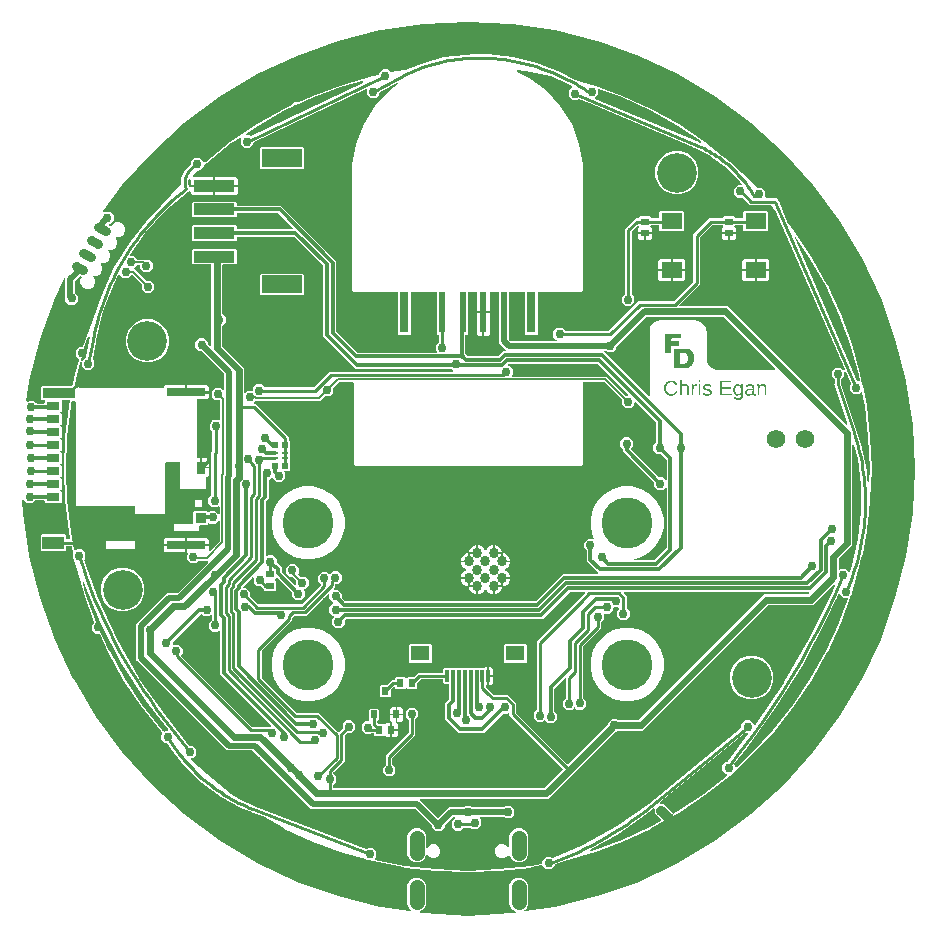
<source format=gbr>
G04 EAGLE Gerber RS-274X export*
G75*
%MOMM*%
%FSLAX34Y34*%
%LPD*%
%INTop Copper*%
%IPPOS*%
%AMOC8*
5,1,8,0,0,1.08239X$1,22.5*%
G01*
G04 Define Apertures*
%ADD10R,0.700000X0.600000*%
%ADD11R,1.100000X0.700000*%
%ADD12R,1.830000X1.140000*%
%ADD13R,2.800000X0.860000*%
%ADD14R,3.330000X0.700000*%
%ADD15R,0.930000X0.900000*%
%ADD16R,0.780000X1.050000*%
%ADD17C,1.300000*%
%ADD18R,3.500000X1.000000*%
%ADD19R,3.400000X1.500000*%
%ADD20R,0.500000X0.525000*%
%ADD21R,0.500000X0.250000*%
%ADD22R,1.800000X1.350000*%
%ADD23C,0.858000*%
%ADD24R,0.600000X3.500000*%
%ADD25R,0.800000X3.500000*%
%ADD26R,1.650000X1.300000*%
%ADD27R,0.300000X1.000000*%
%ADD28C,4.316000*%
%ADD29R,0.600000X0.700000*%
%ADD30C,0.800000*%
%ADD31C,0.756400*%
%ADD32C,0.152400*%
%ADD33C,0.304800*%
%ADD34C,0.254000*%
%ADD35C,0.508000*%
%ADD36C,0.609600*%
%ADD37C,0.812800*%
%ADD38C,1.575000*%
%ADD39C,3.352800*%
G36*
X418057Y4372D02*
X381037Y2554D01*
X380963Y2554D01*
X343943Y4372D01*
X343869Y4380D01*
X340781Y4838D01*
X340376Y5031D01*
X340199Y5277D01*
X340131Y5573D01*
X340185Y5872D01*
X340350Y6126D01*
X340602Y6295D01*
X342345Y7018D01*
X344602Y9275D01*
X345824Y12224D01*
X345824Y28416D01*
X344602Y31365D01*
X342345Y33622D01*
X339396Y34844D01*
X336204Y34844D01*
X333255Y33622D01*
X330998Y31365D01*
X329776Y28416D01*
X329776Y12224D01*
X330998Y9275D01*
X332873Y7400D01*
X333065Y7075D01*
X333091Y6773D01*
X332997Y6485D01*
X332797Y6256D01*
X332525Y6123D01*
X332222Y6107D01*
X307205Y9818D01*
X307132Y9833D01*
X271179Y18839D01*
X271107Y18860D01*
X236209Y31347D01*
X236140Y31375D01*
X202635Y47222D01*
X202569Y47258D01*
X170778Y66313D01*
X170715Y66354D01*
X140945Y88433D01*
X140887Y88481D01*
X113424Y113372D01*
X113372Y113424D01*
X88481Y140887D01*
X88433Y140945D01*
X66354Y170715D01*
X66313Y170778D01*
X47258Y202569D01*
X47222Y202635D01*
X31375Y236140D01*
X31347Y236209D01*
X18860Y271107D01*
X18839Y271179D01*
X9833Y307132D01*
X9818Y307205D01*
X4380Y343869D01*
X4372Y343943D01*
X3890Y353760D01*
X3936Y354061D01*
X4095Y354319D01*
X4343Y354494D01*
X4639Y354559D01*
X4937Y354504D01*
X5190Y354336D01*
X7962Y351564D01*
X12358Y351564D01*
X14723Y353929D01*
X14964Y354092D01*
X15261Y354152D01*
X22324Y354152D01*
X22599Y354101D01*
X22854Y353937D01*
X23026Y353687D01*
X23086Y353390D01*
X23086Y353069D01*
X23979Y352176D01*
X36241Y352176D01*
X37134Y353069D01*
X37134Y361331D01*
X36304Y362161D01*
X36146Y362392D01*
X36081Y362688D01*
X36137Y362986D01*
X36304Y363239D01*
X37134Y364069D01*
X37134Y372331D01*
X36304Y373161D01*
X36146Y373392D01*
X36081Y373688D01*
X36137Y373986D01*
X36304Y374239D01*
X37134Y375069D01*
X37134Y383331D01*
X36304Y384161D01*
X36146Y384392D01*
X36081Y384688D01*
X36137Y384986D01*
X36304Y385239D01*
X37134Y386069D01*
X37134Y394331D01*
X36304Y395161D01*
X36146Y395392D01*
X36081Y395688D01*
X36137Y395986D01*
X36304Y396239D01*
X37134Y397069D01*
X37134Y405331D01*
X36304Y406161D01*
X36146Y406392D01*
X36081Y406688D01*
X36137Y406986D01*
X36304Y407239D01*
X37134Y408069D01*
X37134Y416331D01*
X36304Y417161D01*
X36146Y417392D01*
X36081Y417688D01*
X36137Y417986D01*
X36304Y418239D01*
X37134Y419069D01*
X37134Y427331D01*
X36304Y428161D01*
X36146Y428392D01*
X36081Y428688D01*
X36137Y428986D01*
X36304Y429239D01*
X37134Y430069D01*
X37134Y438414D01*
X37185Y438689D01*
X37349Y438944D01*
X37599Y439116D01*
X37896Y439176D01*
X43309Y439176D01*
X43717Y439058D01*
X43936Y438847D01*
X44055Y438569D01*
X44056Y438265D01*
X43316Y434545D01*
X43293Y434397D01*
X40155Y407887D01*
X40143Y407737D01*
X39095Y381062D01*
X39095Y380912D01*
X40143Y354238D01*
X40155Y354088D01*
X43293Y327577D01*
X43316Y327430D01*
X44376Y322105D01*
X44339Y321681D01*
X44176Y321426D01*
X43925Y321254D01*
X43628Y321194D01*
X41696Y321194D01*
X41421Y321245D01*
X41166Y321409D01*
X40994Y321659D01*
X40934Y321956D01*
X40934Y324731D01*
X40041Y325624D01*
X20479Y325624D01*
X19586Y324731D01*
X19586Y312069D01*
X20479Y311176D01*
X40041Y311176D01*
X40934Y312069D01*
X40934Y314844D01*
X40985Y315119D01*
X41149Y315374D01*
X41399Y315546D01*
X41696Y315606D01*
X45043Y315606D01*
X45456Y315484D01*
X45673Y315272D01*
X45790Y314993D01*
X46777Y310030D01*
X46761Y309853D01*
X46764Y309853D01*
X46764Y305142D01*
X47831Y304075D01*
X48039Y303685D01*
X48524Y301247D01*
X48559Y301102D01*
X55806Y275408D01*
X55852Y275266D01*
X64636Y251454D01*
X64683Y251203D01*
X64628Y250905D01*
X64460Y250652D01*
X62602Y248793D01*
X62602Y244398D01*
X65710Y241289D01*
X68715Y241289D01*
X68967Y241246D01*
X69227Y241091D01*
X69407Y240846D01*
X76325Y225838D01*
X76393Y225705D01*
X89437Y202413D01*
X89516Y202285D01*
X104347Y180089D01*
X104435Y179967D01*
X120962Y159003D01*
X121059Y158890D01*
X122318Y157527D01*
X122456Y157318D01*
X122521Y157022D01*
X122465Y156724D01*
X122298Y156471D01*
X121694Y155868D01*
X121694Y151472D01*
X124802Y148364D01*
X126481Y148364D01*
X126656Y148344D01*
X126931Y148217D01*
X127135Y147993D01*
X129645Y143788D01*
X141887Y128376D01*
X156066Y114725D01*
X171931Y103076D01*
X189202Y93635D01*
X198387Y90102D01*
X199286Y89757D01*
X207400Y86636D01*
X207498Y86590D01*
X225705Y76393D01*
X225838Y76325D01*
X250082Y65149D01*
X250220Y65092D01*
X275266Y55852D01*
X275408Y55806D01*
X295193Y50226D01*
X295525Y50031D01*
X296252Y49304D01*
X298356Y49304D01*
X298563Y49275D01*
X301102Y48559D01*
X301247Y48524D01*
X327430Y43316D01*
X327577Y43293D01*
X354088Y40155D01*
X354238Y40143D01*
X380912Y39095D01*
X381062Y39095D01*
X407737Y40143D01*
X407887Y40155D01*
X434397Y43293D01*
X434545Y43316D01*
X443491Y45096D01*
X443926Y45055D01*
X444179Y44887D01*
X447382Y41684D01*
X451778Y41684D01*
X454886Y44792D01*
X454886Y45326D01*
X454957Y45648D01*
X455138Y45892D01*
X455399Y46046D01*
X462365Y48456D01*
X465471Y49848D01*
X465576Y49886D01*
X486567Y55806D01*
X486709Y55852D01*
X511755Y65092D01*
X511893Y65149D01*
X536136Y76325D01*
X536270Y76393D01*
X559562Y89437D01*
X559689Y89516D01*
X581886Y104347D01*
X582007Y104435D01*
X602971Y120962D01*
X603085Y121059D01*
X622689Y139181D01*
X622794Y139286D01*
X640916Y158890D01*
X641013Y159003D01*
X657539Y179967D01*
X657628Y180089D01*
X672459Y202285D01*
X672537Y202413D01*
X685581Y225705D01*
X685649Y225838D01*
X696826Y250082D01*
X696883Y250220D01*
X705582Y273799D01*
X705758Y274074D01*
X706346Y274662D01*
X706346Y275930D01*
X706375Y276137D01*
X713415Y301102D01*
X713450Y301247D01*
X714334Y305690D01*
X714353Y305765D01*
X715304Y308858D01*
X717945Y323842D01*
X717948Y323858D01*
X718658Y327430D01*
X718682Y327577D01*
X718840Y328916D01*
X718846Y328958D01*
X719378Y331977D01*
X719508Y334540D01*
X719512Y334591D01*
X721819Y354088D01*
X721831Y354238D01*
X722879Y380912D01*
X722879Y381062D01*
X721831Y407737D01*
X721819Y407887D01*
X718682Y434397D01*
X718658Y434545D01*
X715251Y451676D01*
X715236Y451825D01*
X715236Y451914D01*
X715184Y452012D01*
X713450Y460727D01*
X713415Y460873D01*
X706169Y486567D01*
X706123Y486709D01*
X696883Y511755D01*
X696826Y511893D01*
X690160Y526352D01*
X690090Y526671D01*
X690090Y527470D01*
X689360Y528200D01*
X689207Y528420D01*
X685649Y536136D01*
X685581Y536270D01*
X672537Y559562D01*
X672459Y559689D01*
X657628Y581886D01*
X657539Y582007D01*
X652614Y588255D01*
X652514Y588423D01*
X644193Y607529D01*
X644130Y607819D01*
X644121Y608271D01*
X643799Y608582D01*
X643628Y608826D01*
X643450Y609237D01*
X643028Y609402D01*
X642779Y609562D01*
X642453Y609876D01*
X642006Y609867D01*
X641712Y609920D01*
X641296Y610084D01*
X640897Y609910D01*
X640600Y609847D01*
X635056Y609793D01*
X634735Y609860D01*
X634489Y610038D01*
X632920Y611735D01*
X632778Y611955D01*
X632717Y612252D01*
X632717Y615673D01*
X629609Y618781D01*
X626740Y618781D01*
X626426Y618848D01*
X626180Y619025D01*
X622794Y622689D01*
X622689Y622794D01*
X603085Y640916D01*
X602971Y641013D01*
X599128Y644042D01*
X599097Y644068D01*
X597492Y645478D01*
X596624Y646022D01*
X596557Y646070D01*
X582007Y657539D01*
X581886Y657628D01*
X559689Y672459D01*
X559562Y672537D01*
X536270Y685581D01*
X536136Y685649D01*
X511893Y696826D01*
X511755Y696883D01*
X486709Y706123D01*
X486567Y706169D01*
X471756Y710346D01*
X471603Y710408D01*
X459414Y716934D01*
X439602Y724511D01*
X418994Y729533D01*
X397917Y731918D01*
X387312Y731774D01*
X378489Y731654D01*
X361010Y729221D01*
X343969Y724633D01*
X330233Y719024D01*
X330034Y718972D01*
X327577Y718682D01*
X327430Y718658D01*
X316407Y716466D01*
X315972Y716507D01*
X315720Y716674D01*
X313348Y719046D01*
X308952Y719046D01*
X305844Y715938D01*
X305844Y714990D01*
X305722Y714577D01*
X305510Y714360D01*
X305231Y714243D01*
X301247Y713450D01*
X301102Y713415D01*
X275408Y706169D01*
X275266Y706123D01*
X250220Y696883D01*
X250082Y696826D01*
X237827Y691176D01*
X237508Y691106D01*
X234022Y691106D01*
X230994Y688078D01*
X230774Y687925D01*
X225838Y685649D01*
X225705Y685581D01*
X202413Y672537D01*
X202285Y672459D01*
X180089Y657628D01*
X179967Y657539D01*
X159003Y641013D01*
X158890Y640916D01*
X158785Y640819D01*
X158587Y640687D01*
X158292Y640617D01*
X157993Y640668D01*
X157738Y640831D01*
X157707Y640876D01*
X154398Y644185D01*
X150002Y644185D01*
X146894Y641077D01*
X146894Y639655D01*
X146838Y639369D01*
X146671Y639116D01*
X141583Y634029D01*
X140495Y631562D01*
X140353Y631348D01*
X140336Y631336D01*
X139918Y630259D01*
X139905Y630227D01*
X139437Y629167D01*
X139391Y628898D01*
X138621Y626911D01*
X138621Y622382D01*
X138576Y622124D01*
X138418Y621864D01*
X121059Y603085D01*
X120962Y602971D01*
X120610Y602525D01*
X120541Y602449D01*
X111822Y594005D01*
X95547Y573805D01*
X81878Y551758D01*
X71022Y528198D01*
X67353Y516688D01*
X67319Y516600D01*
X65149Y511893D01*
X65092Y511755D01*
X55852Y486709D01*
X55805Y486566D01*
X55194Y484397D01*
X55008Y484074D01*
X54758Y483902D01*
X54460Y483842D01*
X52158Y483842D01*
X49050Y480734D01*
X49050Y476338D01*
X51754Y473635D01*
X51874Y473479D01*
X51971Y473191D01*
X51948Y472889D01*
X48559Y460873D01*
X48524Y460727D01*
X47038Y453252D01*
X46829Y452862D01*
X45014Y451047D01*
X44772Y450884D01*
X44475Y450824D01*
X20479Y450824D01*
X19586Y449931D01*
X19586Y440069D01*
X20479Y439176D01*
X22324Y439176D01*
X22599Y439125D01*
X22854Y438961D01*
X23026Y438711D01*
X23086Y438414D01*
X23086Y436880D01*
X23035Y436605D01*
X22871Y436350D01*
X22621Y436178D01*
X22324Y436118D01*
X16201Y436118D01*
X15915Y436174D01*
X15663Y436341D01*
X13628Y438376D01*
X9232Y438376D01*
X8691Y437835D01*
X8367Y437643D01*
X8065Y437617D01*
X7777Y437711D01*
X7548Y437910D01*
X7415Y438183D01*
X7399Y438486D01*
X9818Y454795D01*
X9833Y454868D01*
X18839Y490821D01*
X18860Y490893D01*
X31347Y525791D01*
X31375Y525860D01*
X38935Y541843D01*
X39060Y542030D01*
X39305Y542209D01*
X39600Y542279D01*
X39899Y542228D01*
X40154Y542065D01*
X40326Y541815D01*
X40386Y541518D01*
X40386Y524653D01*
X40414Y524515D01*
X40414Y523074D01*
X43522Y519966D01*
X47918Y519966D01*
X51026Y523074D01*
X51026Y527470D01*
X48737Y529759D01*
X48574Y530000D01*
X48514Y530297D01*
X48514Y539583D01*
X48570Y539869D01*
X48737Y540122D01*
X52334Y543718D01*
X52664Y543912D01*
X52966Y543936D01*
X53254Y543839D01*
X53634Y543620D01*
X53779Y543511D01*
X53952Y543263D01*
X54015Y542966D01*
X53957Y542668D01*
X53130Y540671D01*
X53130Y538269D01*
X54049Y536049D01*
X55748Y534349D01*
X57968Y533430D01*
X60371Y533430D01*
X62591Y534349D01*
X64290Y536049D01*
X65210Y538269D01*
X65210Y540671D01*
X64290Y542891D01*
X64054Y543128D01*
X63901Y543347D01*
X63831Y543642D01*
X63882Y543941D01*
X64045Y544197D01*
X64296Y544368D01*
X64593Y544428D01*
X66721Y544428D01*
X68941Y545348D01*
X70640Y547047D01*
X71560Y549267D01*
X71560Y551670D01*
X70640Y553890D01*
X70404Y554126D01*
X70251Y554346D01*
X70181Y554641D01*
X70232Y554940D01*
X70395Y555195D01*
X70646Y555367D01*
X70943Y555427D01*
X73071Y555427D01*
X75291Y556347D01*
X76990Y558046D01*
X77910Y560266D01*
X77910Y562668D01*
X76990Y564888D01*
X76754Y565125D01*
X76601Y565344D01*
X76531Y565639D01*
X76582Y565938D01*
X76745Y566194D01*
X76996Y566365D01*
X77293Y566426D01*
X79421Y566426D01*
X81641Y567345D01*
X83340Y569044D01*
X84260Y571264D01*
X84260Y573667D01*
X83340Y575887D01*
X83104Y576123D01*
X82951Y576343D01*
X82881Y576638D01*
X82932Y576937D01*
X83095Y577192D01*
X83346Y577364D01*
X83643Y577424D01*
X85771Y577424D01*
X87991Y578344D01*
X89690Y580043D01*
X90610Y582263D01*
X90610Y584665D01*
X89690Y586885D01*
X87991Y588585D01*
X85771Y589504D01*
X83368Y589504D01*
X81148Y588585D01*
X79449Y586885D01*
X79308Y586543D01*
X79082Y586241D01*
X78812Y586102D01*
X78510Y586079D01*
X78223Y586175D01*
X77458Y586616D01*
X77327Y586712D01*
X77147Y586957D01*
X77078Y587252D01*
X77128Y587551D01*
X77292Y587806D01*
X77542Y587978D01*
X77839Y588038D01*
X78144Y588038D01*
X81252Y591146D01*
X81252Y595542D01*
X78144Y598650D01*
X73748Y598650D01*
X73576Y598478D01*
X73185Y598269D01*
X72882Y598271D01*
X72603Y598391D01*
X72393Y598609D01*
X72285Y598893D01*
X72297Y599196D01*
X72425Y599471D01*
X88433Y621055D01*
X88481Y621113D01*
X113372Y648576D01*
X113424Y648628D01*
X140887Y673519D01*
X140945Y673567D01*
X170715Y695646D01*
X170778Y695687D01*
X202569Y714742D01*
X202635Y714778D01*
X236140Y730625D01*
X236209Y730653D01*
X271107Y743140D01*
X271179Y743161D01*
X307132Y752167D01*
X307205Y752182D01*
X343869Y757620D01*
X343943Y757628D01*
X380963Y759446D01*
X381037Y759446D01*
X418057Y757628D01*
X418131Y757620D01*
X454795Y752182D01*
X454868Y752167D01*
X490821Y743161D01*
X490893Y743140D01*
X525791Y730653D01*
X525860Y730625D01*
X559365Y714778D01*
X559431Y714742D01*
X591222Y695687D01*
X591285Y695646D01*
X621055Y673567D01*
X621113Y673519D01*
X648576Y648628D01*
X648628Y648576D01*
X673519Y621113D01*
X673567Y621055D01*
X695646Y591285D01*
X695687Y591222D01*
X714742Y559431D01*
X714778Y559365D01*
X730625Y525860D01*
X730653Y525791D01*
X743140Y490893D01*
X743161Y490821D01*
X752167Y454868D01*
X752182Y454795D01*
X757620Y418131D01*
X757628Y418057D01*
X759446Y381037D01*
X759446Y380963D01*
X757628Y343943D01*
X757620Y343869D01*
X752182Y307205D01*
X752167Y307132D01*
X743161Y271179D01*
X743140Y271107D01*
X730653Y236209D01*
X730625Y236140D01*
X714778Y202635D01*
X714742Y202569D01*
X695687Y170778D01*
X695646Y170715D01*
X673567Y140945D01*
X673519Y140887D01*
X648628Y113424D01*
X648576Y113372D01*
X621113Y88481D01*
X621055Y88433D01*
X591285Y66354D01*
X591222Y66313D01*
X559431Y47258D01*
X559365Y47222D01*
X525860Y31375D01*
X525791Y31347D01*
X490893Y18860D01*
X490821Y18839D01*
X454868Y9833D01*
X454795Y9818D01*
X429778Y6107D01*
X429403Y6146D01*
X429145Y6305D01*
X428969Y6553D01*
X428904Y6849D01*
X428960Y7147D01*
X429127Y7400D01*
X431002Y9275D01*
X432224Y12224D01*
X432224Y28416D01*
X431002Y31365D01*
X428745Y33622D01*
X425796Y34844D01*
X422604Y34844D01*
X419655Y33622D01*
X417398Y31365D01*
X416176Y28416D01*
X416176Y12224D01*
X417398Y9275D01*
X419655Y7018D01*
X421399Y6295D01*
X421744Y6009D01*
X421857Y5727D01*
X421850Y5424D01*
X421726Y5147D01*
X421504Y4941D01*
X421219Y4838D01*
X418131Y4380D01*
X418057Y4372D01*
G37*
G36*
X702100Y418366D02*
X701804Y418300D01*
X701506Y418356D01*
X701253Y418524D01*
X601108Y518668D01*
X561035Y518668D01*
X560772Y518715D01*
X560514Y518874D01*
X560338Y519122D01*
X560273Y519418D01*
X560329Y519716D01*
X560496Y519969D01*
X577596Y537069D01*
X577596Y576631D01*
X577652Y576917D01*
X577819Y577170D01*
X587848Y587199D01*
X588090Y587362D01*
X588387Y587422D01*
X596194Y587422D01*
X596469Y587371D01*
X596724Y587207D01*
X596896Y586957D01*
X596956Y586660D01*
X596956Y586585D01*
X597068Y586473D01*
X597226Y586243D01*
X597291Y585947D01*
X597235Y585648D01*
X597068Y585396D01*
X595940Y584268D01*
X595940Y580978D01*
X608020Y580978D01*
X608020Y584268D01*
X606893Y585396D01*
X606735Y585626D01*
X606669Y585922D01*
X606725Y586220D01*
X606893Y586473D01*
X607004Y586585D01*
X607004Y586660D01*
X607055Y586935D01*
X607219Y587190D01*
X607469Y587362D01*
X607766Y587422D01*
X613554Y587422D01*
X613829Y587371D01*
X614084Y587207D01*
X614256Y586957D01*
X614316Y586660D01*
X614316Y583345D01*
X615209Y582452D01*
X634471Y582452D01*
X635364Y583345D01*
X635364Y598107D01*
X634471Y599000D01*
X615209Y599000D01*
X614316Y598107D01*
X614316Y593772D01*
X614265Y593497D01*
X614101Y593242D01*
X613851Y593070D01*
X613554Y593010D01*
X607766Y593010D01*
X607491Y593061D01*
X607236Y593225D01*
X607064Y593475D01*
X607004Y593772D01*
X607004Y593847D01*
X606111Y594740D01*
X597849Y594740D01*
X596956Y593847D01*
X596956Y593772D01*
X596905Y593497D01*
X596741Y593242D01*
X596491Y593070D01*
X596194Y593010D01*
X585757Y593010D01*
X572008Y579261D01*
X572008Y539699D01*
X571952Y539413D01*
X571785Y539160D01*
X555580Y522955D01*
X555338Y522792D01*
X555041Y522732D01*
X525385Y522732D01*
X500716Y498063D01*
X500474Y497900D01*
X500177Y497840D01*
X463749Y497840D01*
X463463Y497896D01*
X463211Y498063D01*
X460922Y500352D01*
X456526Y500352D01*
X453418Y497244D01*
X453418Y492848D01*
X456015Y490251D01*
X456168Y490031D01*
X456238Y489736D01*
X456187Y489437D01*
X456024Y489182D01*
X455774Y489010D01*
X455477Y488950D01*
X417543Y488950D01*
X417257Y489006D01*
X417004Y489173D01*
X416037Y490140D01*
X415874Y490382D01*
X415814Y490679D01*
X415814Y494440D01*
X415870Y494726D01*
X416037Y494979D01*
X416274Y495216D01*
X416274Y530085D01*
X416325Y530360D01*
X416489Y530615D01*
X416739Y530787D01*
X417036Y530847D01*
X428464Y530847D01*
X428739Y530796D01*
X428994Y530633D01*
X429166Y530383D01*
X429226Y530085D01*
X429226Y495216D01*
X430119Y494323D01*
X439381Y494323D01*
X440274Y495216D01*
X440274Y530085D01*
X440325Y530360D01*
X440489Y530615D01*
X440739Y530787D01*
X441036Y530847D01*
X477307Y530847D01*
X478803Y532343D01*
X478803Y534773D01*
X478803Y534773D01*
X478803Y630023D01*
X478803Y630023D01*
X478803Y637713D01*
X475472Y655530D01*
X468924Y672431D01*
X459383Y687842D01*
X447172Y701237D01*
X432707Y712160D01*
X422966Y717010D01*
X422730Y717193D01*
X422581Y717457D01*
X422546Y717758D01*
X422632Y718049D01*
X422824Y718283D01*
X423093Y718424D01*
X423395Y718449D01*
X434203Y717170D01*
X434262Y717161D01*
X451226Y713786D01*
X451393Y713732D01*
X466083Y707023D01*
X466168Y706977D01*
X469340Y705012D01*
X469635Y704673D01*
X469700Y704377D01*
X469645Y704078D01*
X469477Y703826D01*
X466412Y700760D01*
X466412Y696365D01*
X469520Y693256D01*
X473916Y693256D01*
X474498Y693838D01*
X474739Y694001D01*
X475036Y694061D01*
X475333Y694001D01*
X479939Y692055D01*
X480441Y691843D01*
X480683Y691680D01*
X481102Y691261D01*
X481663Y691261D01*
X481959Y691201D01*
X571596Y653320D01*
X571596Y653320D01*
X572952Y652746D01*
X573008Y652720D01*
X587226Y645318D01*
X587329Y645253D01*
X600182Y635676D01*
X600274Y635595D01*
X611434Y624088D01*
X611511Y623994D01*
X612739Y622236D01*
X612876Y621824D01*
X612825Y621525D01*
X612662Y621270D01*
X612412Y621098D01*
X612114Y621038D01*
X609630Y621038D01*
X606522Y617930D01*
X606522Y613534D01*
X609630Y610426D01*
X613397Y610426D01*
X613683Y610370D01*
X613936Y610203D01*
X620059Y604080D01*
X631798Y604080D01*
X637470Y604190D01*
X637799Y604123D01*
X638045Y603946D01*
X639786Y602062D01*
X639825Y602016D01*
X641270Y600183D01*
X641370Y600016D01*
X700077Y465207D01*
X700140Y464939D01*
X700094Y464640D01*
X699934Y464381D01*
X699687Y464206D01*
X699391Y464141D01*
X699093Y464197D01*
X698840Y464364D01*
X696634Y466570D01*
X692238Y466570D01*
X689130Y463462D01*
X689130Y459066D01*
X691419Y456777D01*
X691582Y456536D01*
X691642Y456239D01*
X691642Y453213D01*
X691562Y452873D01*
X691419Y452588D01*
X691603Y452038D01*
X691642Y451797D01*
X691642Y451217D01*
X691867Y450992D01*
X692051Y450694D01*
X702514Y419303D01*
X702553Y419099D01*
X702507Y418799D01*
X702347Y418541D01*
X702100Y418366D01*
G37*
%LPC*%
G36*
X554400Y613410D02*
X561676Y613410D01*
X568397Y616194D01*
X573542Y621339D01*
X576326Y628060D01*
X576326Y635336D01*
X573542Y642057D01*
X568397Y647202D01*
X561676Y649986D01*
X554400Y649986D01*
X547679Y647202D01*
X542534Y642057D01*
X539750Y635336D01*
X539750Y628060D01*
X542534Y621339D01*
X547679Y616194D01*
X554400Y613410D01*
G37*
G36*
X514692Y518696D02*
X519088Y518696D01*
X522196Y521804D01*
X522196Y526200D01*
X519907Y528489D01*
X519744Y528730D01*
X519684Y529027D01*
X519684Y581377D01*
X519740Y581663D01*
X519907Y581916D01*
X524667Y586676D01*
X524898Y586834D01*
X525194Y586899D01*
X525492Y586843D01*
X525745Y586676D01*
X525948Y586473D01*
X526106Y586243D01*
X526171Y585947D01*
X526115Y585648D01*
X525948Y585396D01*
X524820Y584268D01*
X524820Y580978D01*
X536900Y580978D01*
X536900Y584268D01*
X535773Y585396D01*
X535615Y585626D01*
X535549Y585922D01*
X535605Y586220D01*
X535773Y586473D01*
X535884Y586585D01*
X535884Y586660D01*
X535935Y586935D01*
X536099Y587190D01*
X536349Y587362D01*
X536646Y587422D01*
X542434Y587422D01*
X542709Y587371D01*
X542964Y587207D01*
X543136Y586957D01*
X543196Y586660D01*
X543196Y583345D01*
X544089Y582452D01*
X563351Y582452D01*
X564244Y583345D01*
X564244Y598107D01*
X563351Y599000D01*
X544089Y599000D01*
X543196Y598107D01*
X543196Y593772D01*
X543145Y593497D01*
X542981Y593242D01*
X542731Y593070D01*
X542434Y593010D01*
X536646Y593010D01*
X536371Y593061D01*
X536116Y593225D01*
X535944Y593475D01*
X535884Y593772D01*
X535884Y593847D01*
X534991Y594740D01*
X526729Y594740D01*
X525836Y593847D01*
X525836Y593772D01*
X525785Y593497D01*
X525621Y593242D01*
X525371Y593070D01*
X525074Y593010D01*
X523099Y593010D01*
X514096Y584007D01*
X514096Y529027D01*
X514040Y528741D01*
X513873Y528489D01*
X511584Y526200D01*
X511584Y521804D01*
X514692Y518696D01*
G37*
G36*
X531622Y574676D02*
X535412Y574676D01*
X536900Y576164D01*
X536900Y579454D01*
X531622Y579454D01*
X531622Y574676D01*
G37*
G36*
X597428Y574676D02*
X601218Y574676D01*
X601218Y579454D01*
X595940Y579454D01*
X595940Y576164D01*
X597428Y574676D01*
G37*
G36*
X602742Y574676D02*
X606532Y574676D01*
X608020Y576164D01*
X608020Y579454D01*
X602742Y579454D01*
X602742Y574676D01*
G37*
G36*
X526308Y574676D02*
X530098Y574676D01*
X530098Y579454D01*
X524820Y579454D01*
X524820Y576164D01*
X526308Y574676D01*
G37*
G36*
X613300Y549988D02*
X624078Y549988D01*
X624078Y558516D01*
X614788Y558516D01*
X613300Y557028D01*
X613300Y549988D01*
G37*
G36*
X625602Y549988D02*
X636380Y549988D01*
X636380Y557028D01*
X634892Y558516D01*
X625602Y558516D01*
X625602Y549988D01*
G37*
G36*
X554482Y549988D02*
X565260Y549988D01*
X565260Y557028D01*
X563772Y558516D01*
X554482Y558516D01*
X554482Y549988D01*
G37*
G36*
X542180Y549988D02*
X552958Y549988D01*
X552958Y558516D01*
X543668Y558516D01*
X542180Y557028D01*
X542180Y549988D01*
G37*
G36*
X543668Y539936D02*
X552958Y539936D01*
X552958Y548464D01*
X542180Y548464D01*
X542180Y541424D01*
X543668Y539936D01*
G37*
G36*
X554482Y539936D02*
X563772Y539936D01*
X565260Y541424D01*
X565260Y548464D01*
X554482Y548464D01*
X554482Y539936D01*
G37*
G36*
X614788Y539936D02*
X624078Y539936D01*
X624078Y548464D01*
X613300Y548464D01*
X613300Y541424D01*
X614788Y539936D01*
G37*
G36*
X625602Y539936D02*
X634892Y539936D01*
X636380Y541424D01*
X636380Y548464D01*
X625602Y548464D01*
X625602Y539936D01*
G37*
%LPD*%
G36*
X197777Y662615D02*
X197461Y662541D01*
X197163Y662597D01*
X196910Y662764D01*
X196508Y663166D01*
X193633Y663166D01*
X193235Y663278D01*
X193013Y663485D01*
X192889Y663762D01*
X192883Y664065D01*
X192996Y664346D01*
X193209Y664562D01*
X203120Y671184D01*
X203171Y671215D01*
X226437Y684244D01*
X226490Y684271D01*
X250706Y695435D01*
X250761Y695458D01*
X275779Y704688D01*
X275836Y704706D01*
X291539Y709135D01*
X291965Y709131D01*
X292232Y708988D01*
X292422Y708752D01*
X292505Y708460D01*
X292468Y708159D01*
X292317Y707897D01*
X292074Y707714D01*
X197777Y662615D01*
G37*
G36*
X407662Y41666D02*
X381017Y40619D01*
X380957Y40619D01*
X354312Y41666D01*
X354253Y41670D01*
X327771Y44805D01*
X327712Y44814D01*
X302791Y49771D01*
X302419Y49963D01*
X302243Y50210D01*
X302178Y50506D01*
X302234Y50804D01*
X302401Y51057D01*
X303756Y52412D01*
X303756Y56808D01*
X300648Y59916D01*
X296252Y59916D01*
X295543Y59207D01*
X295324Y59054D01*
X295029Y58984D01*
X294730Y59034D01*
X201768Y94789D01*
X200393Y95318D01*
X200346Y95338D01*
X187265Y101396D01*
X187162Y101454D01*
X180948Y105606D01*
X180899Y105641D01*
X159959Y122150D01*
X159913Y122188D01*
X146765Y134342D01*
X146590Y134583D01*
X146520Y134878D01*
X146571Y135177D01*
X146735Y135432D01*
X146985Y135604D01*
X147282Y135664D01*
X148248Y135664D01*
X151356Y138772D01*
X151356Y143168D01*
X148248Y146276D01*
X145817Y146276D01*
X145447Y146372D01*
X145217Y146568D01*
X126298Y170742D01*
X125390Y171902D01*
X125369Y171930D01*
X103071Y203321D01*
X103033Y203381D01*
X83742Y236704D01*
X83709Y236767D01*
X67590Y271735D01*
X67564Y271800D01*
X56373Y303527D01*
X56330Y303768D01*
X56386Y304067D01*
X56553Y304319D01*
X57376Y305142D01*
X57376Y309538D01*
X54268Y312646D01*
X49872Y312646D01*
X49161Y311935D01*
X48795Y311731D01*
X48491Y311723D01*
X48209Y311833D01*
X47992Y312045D01*
X47875Y312325D01*
X44814Y327712D01*
X44805Y327771D01*
X41670Y354253D01*
X41666Y354312D01*
X40619Y380957D01*
X40619Y381017D01*
X41666Y407662D01*
X41670Y407722D01*
X44805Y434203D01*
X44814Y434262D01*
X45467Y437547D01*
X45667Y437928D01*
X45917Y438100D01*
X46215Y438160D01*
X48348Y438160D01*
X48622Y438109D01*
X48878Y437945D01*
X49049Y437695D01*
X49110Y437398D01*
X49110Y349361D01*
X49119Y349306D01*
X49121Y349305D01*
X49162Y349300D01*
X98348Y349300D01*
X98622Y349248D01*
X98878Y349085D01*
X99049Y348835D01*
X99110Y348538D01*
X99110Y342861D01*
X99119Y342806D01*
X99121Y342805D01*
X99162Y342800D01*
X125049Y342800D01*
X125104Y342809D01*
X125105Y342811D01*
X125111Y342852D01*
X125111Y385938D01*
X125162Y386212D01*
X125325Y386468D01*
X125575Y386639D01*
X125873Y386700D01*
X136848Y386700D01*
X137122Y386648D01*
X137378Y386485D01*
X137549Y386235D01*
X137610Y385938D01*
X137610Y363761D01*
X137619Y363706D01*
X137621Y363705D01*
X137662Y363700D01*
X159349Y363700D01*
X159404Y363709D01*
X159405Y363711D01*
X159411Y363752D01*
X159411Y373398D01*
X159462Y373673D01*
X159625Y373928D01*
X159875Y374100D01*
X160173Y374160D01*
X160462Y374160D01*
X161950Y375648D01*
X161950Y381188D01*
X154748Y381188D01*
X154748Y389740D01*
X152373Y389740D01*
X152098Y389791D01*
X151842Y389955D01*
X151671Y390205D01*
X151611Y390502D01*
X151611Y438998D01*
X151662Y439273D01*
X151825Y439528D01*
X152075Y439700D01*
X152373Y439760D01*
X160462Y439760D01*
X161950Y441248D01*
X161950Y445038D01*
X141998Y445038D01*
X141998Y451840D01*
X125058Y451840D01*
X123570Y450352D01*
X123570Y450063D01*
X123519Y449788D01*
X123355Y449532D01*
X123105Y449361D01*
X122808Y449301D01*
X52412Y449301D01*
X52137Y449352D01*
X51882Y449515D01*
X51710Y449765D01*
X51650Y450063D01*
X51650Y450352D01*
X50162Y451840D01*
X49239Y451840D01*
X48831Y451958D01*
X48612Y452169D01*
X48493Y452447D01*
X48492Y452751D01*
X50016Y460415D01*
X50030Y460473D01*
X52889Y470609D01*
X53058Y470915D01*
X53303Y471094D01*
X53598Y471164D01*
X53897Y471113D01*
X54152Y470949D01*
X54324Y470699D01*
X54384Y470402D01*
X54384Y467702D01*
X57492Y464594D01*
X61888Y464594D01*
X64996Y467702D01*
X64996Y472098D01*
X63553Y473541D01*
X63347Y473917D01*
X63343Y474220D01*
X65975Y488257D01*
X66246Y489705D01*
X66256Y489751D01*
X72394Y514098D01*
X72423Y514188D01*
X81507Y537596D01*
X81546Y537682D01*
X85265Y544598D01*
X85380Y544758D01*
X85628Y544934D01*
X85924Y544999D01*
X86222Y544943D01*
X86475Y544776D01*
X89069Y542181D01*
X93465Y542181D01*
X96193Y544910D01*
X96424Y545068D01*
X96720Y545133D01*
X97018Y545078D01*
X97271Y544910D01*
X104961Y537220D01*
X105124Y536979D01*
X105184Y536681D01*
X105184Y532726D01*
X108292Y529618D01*
X112688Y529618D01*
X115796Y532726D01*
X115796Y537122D01*
X112688Y540230D01*
X108733Y540230D01*
X108447Y540286D01*
X108194Y540453D01*
X100436Y548211D01*
X98953Y549694D01*
X98795Y549925D01*
X98730Y550221D01*
X98785Y550519D01*
X98953Y550772D01*
X101324Y553143D01*
X101565Y553306D01*
X101862Y553366D01*
X102847Y553366D01*
X103122Y553315D01*
X103377Y553151D01*
X103548Y552901D01*
X103609Y552604D01*
X103609Y550455D01*
X106717Y547347D01*
X111113Y547347D01*
X114221Y550455D01*
X114221Y554851D01*
X111113Y557959D01*
X106483Y557959D01*
X106381Y557938D01*
X101862Y557938D01*
X101576Y557994D01*
X101324Y558161D01*
X98527Y560958D01*
X95729Y560958D01*
X95308Y561085D01*
X95093Y561299D01*
X94980Y561580D01*
X94984Y561883D01*
X95107Y562161D01*
X108007Y580361D01*
X108066Y580434D01*
X124994Y598980D01*
X125061Y599045D01*
X143830Y615105D01*
X144050Y615236D01*
X144583Y615443D01*
X144676Y615655D01*
X144915Y615956D01*
X145109Y616103D01*
X145249Y616186D01*
X145544Y616256D01*
X145843Y616205D01*
X146098Y616041D01*
X146270Y615791D01*
X146330Y615494D01*
X146330Y614498D01*
X147818Y613010D01*
X165608Y613010D01*
X165608Y619788D01*
X146198Y619788D01*
X146009Y619587D01*
X145732Y619464D01*
X145429Y619459D01*
X145147Y619572D01*
X144933Y619787D01*
X144819Y620068D01*
X144222Y623262D01*
X144222Y623542D01*
X144569Y625397D01*
X144623Y625570D01*
X144801Y625816D01*
X145051Y626048D01*
X145249Y626180D01*
X145544Y626250D01*
X145843Y626199D01*
X146098Y626035D01*
X146270Y625785D01*
X146330Y625488D01*
X146330Y621312D01*
X165608Y621312D01*
X165608Y628090D01*
X149207Y628090D01*
X148916Y628148D01*
X148664Y628317D01*
X148499Y628571D01*
X148445Y628870D01*
X148513Y629166D01*
X148690Y629412D01*
X152973Y633371D01*
X153193Y633513D01*
X153490Y633573D01*
X154398Y633573D01*
X157506Y636682D01*
X157506Y637228D01*
X157573Y637541D01*
X157751Y637787D01*
X159913Y639786D01*
X159959Y639825D01*
X180899Y656334D01*
X180948Y656369D01*
X187819Y660960D01*
X188218Y661088D01*
X188517Y661037D01*
X188772Y660873D01*
X188944Y660623D01*
X189004Y660326D01*
X189004Y655662D01*
X192112Y652554D01*
X196508Y652554D01*
X199616Y655662D01*
X199616Y656820D01*
X199656Y657062D01*
X199807Y657325D01*
X200049Y657508D01*
X294593Y702724D01*
X294898Y702799D01*
X295197Y702748D01*
X295452Y702584D01*
X295624Y702334D01*
X295684Y702037D01*
X295684Y697572D01*
X298792Y694464D01*
X303188Y694464D01*
X306296Y697572D01*
X306296Y699103D01*
X306321Y699297D01*
X306455Y699569D01*
X306684Y699767D01*
X321112Y707883D01*
X321253Y707945D01*
X321555Y707978D01*
X321845Y707891D01*
X322079Y707697D01*
X322218Y707428D01*
X322242Y707126D01*
X322146Y706838D01*
X321945Y706611D01*
X314828Y701237D01*
X302618Y687842D01*
X293076Y672431D01*
X286528Y655530D01*
X283197Y637713D01*
X283197Y630023D01*
X283197Y630023D01*
X283197Y532343D01*
X284693Y530847D01*
X320964Y530847D01*
X321239Y530796D01*
X321494Y530633D01*
X321666Y530383D01*
X321726Y530085D01*
X321726Y495216D01*
X322619Y494323D01*
X331881Y494323D01*
X332774Y495216D01*
X332774Y530085D01*
X332825Y530360D01*
X332989Y530615D01*
X333239Y530787D01*
X333536Y530847D01*
X353964Y530847D01*
X354239Y530796D01*
X354494Y530633D01*
X354666Y530383D01*
X354726Y530085D01*
X354726Y495216D01*
X355619Y494323D01*
X355854Y494323D01*
X356129Y494272D01*
X356384Y494109D01*
X356556Y493859D01*
X356616Y493561D01*
X356616Y488409D01*
X356560Y488123D01*
X356393Y487871D01*
X354104Y485582D01*
X354104Y481186D01*
X354895Y480395D01*
X355048Y480175D01*
X355118Y479880D01*
X355067Y479581D01*
X354904Y479326D01*
X354654Y479154D01*
X354357Y479094D01*
X287786Y479094D01*
X287500Y479150D01*
X287247Y479317D01*
X269971Y496593D01*
X269808Y496835D01*
X269748Y497132D01*
X269748Y556761D01*
X222911Y603598D01*
X186156Y603598D01*
X185881Y603649D01*
X185626Y603813D01*
X185454Y604063D01*
X185394Y604360D01*
X185394Y606181D01*
X184501Y607074D01*
X148239Y607074D01*
X147346Y606181D01*
X147346Y594919D01*
X148239Y594026D01*
X184501Y594026D01*
X185394Y594919D01*
X185394Y596740D01*
X185445Y597015D01*
X185609Y597270D01*
X185859Y597442D01*
X186156Y597502D01*
X220070Y597502D01*
X220356Y597446D01*
X220609Y597279D01*
X232989Y584899D01*
X233142Y584679D01*
X233211Y584384D01*
X233161Y584085D01*
X232997Y583830D01*
X232747Y583658D01*
X232450Y583598D01*
X186156Y583598D01*
X185881Y583649D01*
X185626Y583813D01*
X185454Y584063D01*
X185394Y584360D01*
X185394Y586181D01*
X184501Y587074D01*
X148239Y587074D01*
X147346Y586181D01*
X147346Y574919D01*
X148239Y574026D01*
X184501Y574026D01*
X185394Y574919D01*
X185394Y576740D01*
X185445Y577015D01*
X185609Y577270D01*
X185859Y577442D01*
X186156Y577502D01*
X233604Y577502D01*
X233890Y577446D01*
X234143Y577279D01*
X258349Y553073D01*
X258512Y552831D01*
X258572Y552534D01*
X258572Y492906D01*
X285896Y465582D01*
X367085Y465582D01*
X367371Y465526D01*
X367623Y465359D01*
X368639Y464343D01*
X368792Y464123D01*
X368862Y463828D01*
X368811Y463529D01*
X368648Y463274D01*
X368398Y463102D01*
X368101Y463042D01*
X263765Y463042D01*
X250780Y450057D01*
X250538Y449894D01*
X250241Y449834D01*
X209241Y449834D01*
X208955Y449890D01*
X208703Y450057D01*
X206414Y452346D01*
X202018Y452346D01*
X198910Y449238D01*
X198910Y447698D01*
X198859Y447423D01*
X198695Y447168D01*
X198445Y446996D01*
X198148Y446936D01*
X194576Y446936D01*
X192817Y445177D01*
X192597Y445024D01*
X192302Y444954D01*
X192003Y445005D01*
X191748Y445168D01*
X191576Y445418D01*
X191516Y445715D01*
X191516Y466612D01*
X173197Y484931D01*
X173034Y485172D01*
X172974Y485469D01*
X172974Y501451D01*
X173030Y501737D01*
X173197Y501989D01*
X175939Y504731D01*
X175939Y509127D01*
X173197Y511869D01*
X173034Y512110D01*
X172974Y512408D01*
X172974Y553264D01*
X173025Y553539D01*
X173189Y553794D01*
X173439Y553966D01*
X173736Y554026D01*
X184501Y554026D01*
X185394Y554919D01*
X185394Y566181D01*
X184501Y567074D01*
X148239Y567074D01*
X147346Y566181D01*
X147346Y554919D01*
X148239Y554026D01*
X163068Y554026D01*
X163343Y553975D01*
X163598Y553811D01*
X163770Y553561D01*
X163830Y553264D01*
X163830Y485361D01*
X163783Y485098D01*
X163624Y484840D01*
X163376Y484664D01*
X163080Y484599D01*
X162782Y484655D01*
X162529Y484822D01*
X161231Y486120D01*
X161068Y486362D01*
X161008Y486659D01*
X161008Y488100D01*
X157900Y491208D01*
X153504Y491208D01*
X150396Y488100D01*
X150396Y483704D01*
X153504Y480596D01*
X154945Y480596D01*
X155231Y480540D01*
X155484Y480373D01*
X174247Y461610D01*
X174410Y461368D01*
X174470Y461071D01*
X174470Y448596D01*
X174423Y448333D01*
X174264Y448075D01*
X174016Y447900D01*
X173720Y447835D01*
X173422Y447890D01*
X173169Y448058D01*
X171842Y449385D01*
X167446Y449385D01*
X164338Y446277D01*
X164338Y441881D01*
X167446Y438773D01*
X170660Y438773D01*
X170935Y438722D01*
X171190Y438558D01*
X171362Y438308D01*
X171422Y438011D01*
X171422Y422601D01*
X171375Y422338D01*
X171216Y422080D01*
X170968Y421905D01*
X170672Y421840D01*
X170374Y421895D01*
X170121Y422063D01*
X169838Y422346D01*
X165442Y422346D01*
X162334Y419238D01*
X162334Y414842D01*
X164623Y412553D01*
X164786Y412312D01*
X164846Y412015D01*
X164846Y396287D01*
X164790Y396001D01*
X164623Y395748D01*
X163830Y394955D01*
X163830Y358593D01*
X163774Y358307D01*
X163607Y358055D01*
X161318Y355766D01*
X161318Y351370D01*
X164426Y348262D01*
X168822Y348262D01*
X169697Y349137D01*
X169917Y349290D01*
X170212Y349360D01*
X170511Y349309D01*
X170766Y349146D01*
X170938Y348896D01*
X170998Y348599D01*
X170998Y343325D01*
X170951Y343062D01*
X170792Y342804D01*
X170544Y342629D01*
X170248Y342564D01*
X169950Y342619D01*
X169697Y342787D01*
X167326Y345158D01*
X162930Y345158D01*
X162108Y344335D01*
X161877Y344177D01*
X161581Y344112D01*
X161283Y344168D01*
X161030Y344335D01*
X160041Y345324D01*
X149479Y345324D01*
X148586Y344431D01*
X148586Y334912D01*
X148535Y334637D01*
X148371Y334382D01*
X148121Y334210D01*
X147824Y334150D01*
X132110Y334150D01*
X132110Y328547D01*
X153742Y328547D01*
X153742Y332514D01*
X153793Y332789D01*
X153956Y333044D01*
X154207Y333216D01*
X154504Y333276D01*
X160041Y333276D01*
X160934Y334169D01*
X160934Y334703D01*
X160981Y334966D01*
X161140Y335224D01*
X161388Y335399D01*
X161684Y335464D01*
X161982Y335409D01*
X162235Y335241D01*
X162930Y334546D01*
X167326Y334546D01*
X169697Y336917D01*
X169917Y337070D01*
X170212Y337140D01*
X170511Y337089D01*
X170766Y336926D01*
X170938Y336676D01*
X170998Y336379D01*
X170998Y319778D01*
X170942Y319492D01*
X170775Y319239D01*
X163251Y311715D01*
X163031Y311562D01*
X162736Y311492D01*
X162437Y311543D01*
X162182Y311706D01*
X162010Y311956D01*
X161950Y312254D01*
X161950Y315438D01*
X143522Y315438D01*
X143522Y310109D01*
X143774Y309954D01*
X143949Y309706D01*
X144014Y309410D01*
X143959Y309112D01*
X143791Y308859D01*
X143242Y308310D01*
X143242Y303914D01*
X146350Y300806D01*
X150746Y300806D01*
X152510Y302571D01*
X152752Y302734D01*
X153049Y302794D01*
X160443Y302794D01*
X160706Y302747D01*
X160965Y302588D01*
X161140Y302340D01*
X161205Y302044D01*
X161149Y301746D01*
X160982Y301493D01*
X135302Y275813D01*
X135060Y275650D01*
X134763Y275590D01*
X126227Y275590D01*
X100076Y249439D01*
X100076Y219363D01*
X177016Y142423D01*
X198662Y142423D01*
X198948Y142367D01*
X199201Y142200D01*
X248183Y93218D01*
X335995Y93218D01*
X336281Y93162D01*
X336534Y92995D01*
X350539Y78990D01*
X350702Y78748D01*
X350762Y78451D01*
X350762Y77010D01*
X353870Y73902D01*
X358266Y73902D01*
X361374Y77010D01*
X361374Y78451D01*
X361430Y78737D01*
X361597Y78990D01*
X368490Y85883D01*
X368732Y86046D01*
X369029Y86106D01*
X369831Y86106D01*
X370094Y86059D01*
X370352Y85900D01*
X370528Y85652D01*
X370593Y85356D01*
X370537Y85058D01*
X370370Y84805D01*
X367554Y81990D01*
X367554Y77594D01*
X370662Y74486D01*
X375058Y74486D01*
X377347Y76775D01*
X377588Y76937D01*
X377885Y76998D01*
X383587Y76998D01*
X383873Y76942D01*
X384126Y76775D01*
X384834Y76066D01*
X389230Y76066D01*
X392338Y79174D01*
X392338Y83570D01*
X391103Y84805D01*
X390950Y85025D01*
X390880Y85320D01*
X390931Y85619D01*
X391094Y85874D01*
X391344Y86046D01*
X391641Y86106D01*
X411535Y86106D01*
X411821Y86050D01*
X412073Y85883D01*
X413092Y84864D01*
X417488Y84864D01*
X420596Y87972D01*
X420596Y92368D01*
X417488Y95476D01*
X413092Y95476D01*
X412073Y94457D01*
X411832Y94294D01*
X411535Y94234D01*
X384837Y94234D01*
X384551Y94290D01*
X384298Y94457D01*
X383239Y95517D01*
X378843Y95517D01*
X377783Y94457D01*
X377542Y94294D01*
X377245Y94234D01*
X365347Y94234D01*
X356607Y85494D01*
X356376Y85336D01*
X356080Y85271D01*
X355782Y85327D01*
X355529Y85494D01*
X340724Y100299D01*
X340571Y100519D01*
X340501Y100814D01*
X340552Y101113D01*
X340716Y101368D01*
X340966Y101540D01*
X341263Y101600D01*
X449442Y101600D01*
X505889Y158047D01*
X506130Y158210D01*
X506427Y158270D01*
X507150Y158270D01*
X507661Y158781D01*
X507902Y158944D01*
X508199Y159004D01*
X529250Y159004D01*
X635453Y265207D01*
X635695Y265370D01*
X635992Y265430D01*
X673216Y265430D01*
X690661Y282875D01*
X690899Y283036D01*
X691196Y283098D01*
X691493Y283040D01*
X691744Y282870D01*
X691909Y282615D01*
X691962Y282316D01*
X691893Y282021D01*
X688337Y274207D01*
X688326Y274185D01*
X669681Y236457D01*
X669658Y236414D01*
X648647Y199950D01*
X648621Y199909D01*
X625330Y164857D01*
X625302Y164818D01*
X624769Y164116D01*
X624482Y163886D01*
X624187Y163816D01*
X623888Y163867D01*
X623632Y164030D01*
X623461Y164280D01*
X623400Y164578D01*
X623400Y164727D01*
X620292Y167835D01*
X615896Y167835D01*
X612788Y164727D01*
X612788Y162156D01*
X612701Y161802D01*
X612509Y161567D01*
X534170Y97412D01*
X534134Y97384D01*
X507651Y78184D01*
X507576Y78135D01*
X479021Y62178D01*
X478940Y62139D01*
X453225Y51513D01*
X452946Y51455D01*
X452648Y51511D01*
X452396Y51678D01*
X451778Y52296D01*
X447382Y52296D01*
X444274Y49188D01*
X444274Y47431D01*
X444152Y47018D01*
X443940Y46801D01*
X443661Y46683D01*
X434262Y44814D01*
X434203Y44805D01*
X407722Y41670D01*
X407662Y41666D01*
G37*
%LPC*%
G36*
X206239Y635026D02*
X241501Y635026D01*
X242394Y635919D01*
X242394Y652181D01*
X241501Y653074D01*
X206239Y653074D01*
X205346Y652181D01*
X205346Y635919D01*
X206239Y635026D01*
G37*
G36*
X167132Y621312D02*
X186410Y621312D01*
X186410Y626602D01*
X184922Y628090D01*
X167132Y628090D01*
X167132Y621312D01*
G37*
G36*
X167132Y613010D02*
X184922Y613010D01*
X186410Y614498D01*
X186410Y619788D01*
X167132Y619788D01*
X167132Y613010D01*
G37*
G36*
X206239Y528026D02*
X241501Y528026D01*
X242394Y528919D01*
X242394Y545181D01*
X241501Y546074D01*
X206239Y546074D01*
X205346Y545181D01*
X205346Y528919D01*
X206239Y528026D01*
G37*
G36*
X106090Y470916D02*
X113366Y470916D01*
X120087Y473700D01*
X125232Y478845D01*
X128016Y485566D01*
X128016Y492842D01*
X125232Y499563D01*
X120087Y504708D01*
X113366Y507492D01*
X106090Y507492D01*
X99369Y504708D01*
X94224Y499563D01*
X91440Y492842D01*
X91440Y485566D01*
X94224Y478845D01*
X99369Y473700D01*
X106090Y470916D01*
G37*
G36*
X143522Y446562D02*
X161950Y446562D01*
X161950Y450352D01*
X160462Y451840D01*
X143522Y451840D01*
X143522Y446562D01*
G37*
G36*
X156272Y382712D02*
X161950Y382712D01*
X161950Y388252D01*
X160462Y389740D01*
X156272Y389740D01*
X156272Y382712D01*
G37*
G36*
X150110Y348775D02*
X155664Y348775D01*
X155664Y354300D01*
X150110Y354300D01*
X150110Y348775D01*
G37*
G36*
X123570Y316962D02*
X141998Y316962D01*
X141998Y322240D01*
X125058Y322240D01*
X123570Y320752D01*
X123570Y316962D01*
G37*
G36*
X143522Y316962D02*
X161950Y316962D01*
X161950Y320752D01*
X160462Y322240D01*
X143522Y322240D01*
X143522Y316962D01*
G37*
G36*
X75110Y312637D02*
X99122Y312637D01*
X99122Y319700D01*
X75110Y319700D01*
X75110Y312637D01*
G37*
G36*
X125058Y310160D02*
X141998Y310160D01*
X141998Y315438D01*
X123570Y315438D01*
X123570Y311648D01*
X125058Y310160D01*
G37*
G36*
X85119Y260303D02*
X92394Y260303D01*
X99116Y263087D01*
X104260Y268232D01*
X107045Y274953D01*
X107045Y282229D01*
X104260Y288951D01*
X99116Y294095D01*
X92394Y296879D01*
X85119Y296879D01*
X78397Y294095D01*
X73253Y288951D01*
X70469Y282229D01*
X70469Y274953D01*
X73253Y268232D01*
X78397Y263087D01*
X85119Y260303D01*
G37*
G36*
X617646Y185674D02*
X624922Y185674D01*
X631643Y188458D01*
X636788Y193603D01*
X639572Y200324D01*
X639572Y207600D01*
X636788Y214321D01*
X631643Y219466D01*
X624922Y222250D01*
X617646Y222250D01*
X610925Y219466D01*
X605780Y214321D01*
X602996Y207600D01*
X602996Y200324D01*
X605780Y193603D01*
X610925Y188458D01*
X617646Y185674D01*
G37*
G36*
X336204Y47596D02*
X339396Y47596D01*
X342345Y48818D01*
X344602Y51075D01*
X345766Y53883D01*
X345910Y54108D01*
X346156Y54286D01*
X346451Y54353D01*
X346750Y54300D01*
X347004Y54135D01*
X347174Y53883D01*
X347191Y53840D01*
X348820Y52211D01*
X350948Y51330D01*
X353252Y51330D01*
X355380Y52211D01*
X357009Y53840D01*
X357890Y55968D01*
X357890Y58272D01*
X357009Y60400D01*
X355380Y62029D01*
X353252Y62910D01*
X350948Y62910D01*
X348820Y62029D01*
X347125Y60333D01*
X346905Y60180D01*
X346610Y60110D01*
X346311Y60161D01*
X346056Y60325D01*
X345884Y60575D01*
X345824Y60872D01*
X345824Y70216D01*
X344602Y73165D01*
X342345Y75422D01*
X339396Y76644D01*
X336204Y76644D01*
X333255Y75422D01*
X330998Y73165D01*
X329776Y70216D01*
X329776Y54024D01*
X330998Y51075D01*
X333255Y48818D01*
X336204Y47596D01*
G37*
G36*
X422604Y47596D02*
X425796Y47596D01*
X428745Y48818D01*
X431002Y51075D01*
X432224Y54024D01*
X432224Y70216D01*
X431002Y73165D01*
X428745Y75422D01*
X425796Y76644D01*
X422604Y76644D01*
X419655Y75422D01*
X417398Y73165D01*
X416176Y70216D01*
X416176Y60872D01*
X416129Y60609D01*
X415970Y60351D01*
X415722Y60175D01*
X415426Y60110D01*
X415128Y60166D01*
X414875Y60333D01*
X413180Y62029D01*
X411052Y62910D01*
X408748Y62910D01*
X406620Y62029D01*
X404991Y60400D01*
X404110Y58272D01*
X404110Y55968D01*
X404991Y53840D01*
X406620Y52211D01*
X408748Y51330D01*
X411052Y51330D01*
X413180Y52211D01*
X414809Y53840D01*
X414826Y53883D01*
X414970Y54108D01*
X415216Y54286D01*
X415512Y54353D01*
X415811Y54300D01*
X416065Y54135D01*
X416234Y53883D01*
X417398Y51075D01*
X419655Y48818D01*
X422604Y47596D01*
G37*
%LPD*%
G36*
X578166Y656861D02*
X577869Y656801D01*
X577572Y656861D01*
X576484Y657320D01*
X489003Y694291D01*
X488778Y694437D01*
X488603Y694684D01*
X488537Y694981D01*
X488593Y695279D01*
X488761Y695532D01*
X491116Y697887D01*
X491116Y701779D01*
X491155Y702020D01*
X491306Y702283D01*
X491548Y702466D01*
X491842Y702540D01*
X492141Y702494D01*
X511213Y695458D01*
X511268Y695435D01*
X535485Y684271D01*
X535538Y684244D01*
X558804Y671215D01*
X558855Y671184D01*
X578292Y658196D01*
X578560Y657883D01*
X578630Y657587D01*
X578580Y657288D01*
X578416Y657033D01*
X578166Y656861D01*
G37*
G36*
X712427Y454946D02*
X712130Y454886D01*
X711166Y454886D01*
X710899Y454935D01*
X710641Y455095D01*
X710467Y455344D01*
X657951Y575938D01*
X657896Y576355D01*
X657999Y576640D01*
X658206Y576862D01*
X658483Y576986D01*
X658786Y576992D01*
X659068Y576879D01*
X659283Y576666D01*
X671184Y558855D01*
X671215Y558804D01*
X684244Y535538D01*
X684271Y535485D01*
X695435Y511268D01*
X695458Y511213D01*
X704688Y486196D01*
X704706Y486139D01*
X711945Y460473D01*
X711958Y460415D01*
X712877Y455797D01*
X712841Y455373D01*
X712677Y455118D01*
X712427Y454946D01*
G37*
G36*
X406746Y476254D02*
X406449Y476194D01*
X381110Y476194D01*
X380824Y476250D01*
X380571Y476417D01*
X379259Y477729D01*
X379096Y477971D01*
X379036Y478268D01*
X379036Y493561D01*
X379087Y493836D01*
X379251Y494091D01*
X379501Y494263D01*
X379798Y494323D01*
X380381Y494323D01*
X381274Y495216D01*
X381274Y530085D01*
X381325Y530360D01*
X381489Y530615D01*
X381739Y530787D01*
X382036Y530847D01*
X387948Y530847D01*
X388223Y530796D01*
X388478Y530633D01*
X388650Y530383D01*
X388710Y530085D01*
X388710Y514109D01*
X399790Y514109D01*
X399790Y530085D01*
X399841Y530360D01*
X400005Y530615D01*
X400255Y530787D01*
X400552Y530847D01*
X406464Y530847D01*
X406739Y530796D01*
X406994Y530633D01*
X407166Y530383D01*
X407226Y530085D01*
X407226Y495216D01*
X407463Y494979D01*
X407626Y494738D01*
X407686Y494440D01*
X407686Y486997D01*
X412870Y481813D01*
X413023Y481593D01*
X413093Y481298D01*
X413042Y480999D01*
X412878Y480744D01*
X412628Y480572D01*
X412331Y480512D01*
X411083Y480512D01*
X406988Y476417D01*
X406746Y476254D01*
G37*
%LPC*%
G36*
X390198Y493307D02*
X393488Y493307D01*
X393488Y512585D01*
X388710Y512585D01*
X388710Y494795D01*
X390198Y493307D01*
G37*
G36*
X395012Y493307D02*
X398302Y493307D01*
X399790Y494795D01*
X399790Y512585D01*
X395012Y512585D01*
X395012Y493307D01*
G37*
%LPD*%
G36*
X534571Y442486D02*
X534275Y442421D01*
X533977Y442477D01*
X533724Y442644D01*
X496847Y479521D01*
X496694Y479741D01*
X496625Y480036D01*
X496675Y480335D01*
X496839Y480590D01*
X497089Y480762D01*
X497386Y480822D01*
X497895Y480822D01*
X498181Y480766D01*
X498433Y480599D01*
X499452Y479580D01*
X503848Y479580D01*
X506956Y482688D01*
X506956Y484129D01*
X507012Y484415D01*
X507179Y484668D01*
X531812Y509301D01*
X532054Y509464D01*
X532351Y509524D01*
X597005Y509524D01*
X597291Y509468D01*
X597544Y509301D01*
X640985Y465859D01*
X641166Y465571D01*
X641207Y465270D01*
X641127Y464978D01*
X640939Y464739D01*
X640674Y464593D01*
X640372Y464562D01*
X640353Y464564D01*
X640315Y464566D01*
X593377Y464566D01*
X593311Y464569D01*
X591646Y464715D01*
X591515Y464738D01*
X589933Y465161D01*
X589809Y465207D01*
X588324Y465899D01*
X588209Y465965D01*
X586868Y466905D01*
X586766Y466990D01*
X585608Y468148D01*
X585523Y468250D01*
X584583Y469591D01*
X584517Y469706D01*
X583825Y471191D01*
X583779Y471315D01*
X583356Y472897D01*
X583333Y473028D01*
X583187Y474693D01*
X583184Y474759D01*
X583184Y496299D01*
X583183Y496333D01*
X583033Y498047D01*
X583021Y498113D01*
X582580Y499759D01*
X582557Y499821D01*
X581837Y501366D01*
X581804Y501423D01*
X580826Y502819D01*
X580783Y502870D01*
X579578Y504075D01*
X579527Y504118D01*
X578131Y505096D01*
X578074Y505129D01*
X576529Y505849D01*
X576467Y505872D01*
X574821Y506313D01*
X574755Y506325D01*
X573041Y506475D01*
X573007Y506476D01*
X543833Y506476D01*
X543795Y506474D01*
X542117Y506309D01*
X542044Y506294D01*
X540448Y505810D01*
X540379Y505782D01*
X540172Y505671D01*
X540049Y505619D01*
X539842Y505552D01*
X539629Y505443D01*
X539386Y505266D01*
X539383Y505270D01*
X539282Y505195D01*
X538908Y504995D01*
X538846Y504954D01*
X537557Y503896D01*
X537504Y503843D01*
X536446Y502554D01*
X536405Y502492D01*
X535618Y501021D01*
X535590Y500952D01*
X535106Y499356D01*
X535091Y499283D01*
X534926Y497605D01*
X534924Y497567D01*
X534924Y444265D01*
X534926Y444227D01*
X535021Y443258D01*
X534978Y442920D01*
X534819Y442662D01*
X534571Y442486D01*
G37*
G36*
X54816Y472557D02*
X54532Y472451D01*
X54229Y472464D01*
X53955Y472594D01*
X53753Y472821D01*
X53656Y473108D01*
X53679Y473410D01*
X57268Y486139D01*
X57287Y486196D01*
X59475Y492128D01*
X59730Y492471D01*
X60004Y492603D01*
X60307Y492617D01*
X60591Y492512D01*
X60812Y492304D01*
X60935Y492027D01*
X60939Y491723D01*
X60754Y490735D01*
X60482Y489287D01*
X57959Y475828D01*
X57757Y475438D01*
X57652Y475366D01*
X54951Y472665D01*
X54816Y472557D01*
G37*
G36*
X516653Y442754D02*
X516356Y442694D01*
X515133Y442694D01*
X514847Y442750D01*
X514594Y442917D01*
X498533Y458978D01*
X419327Y458978D01*
X419064Y459025D01*
X418806Y459184D01*
X418631Y459432D01*
X418566Y459728D01*
X418621Y460026D01*
X418789Y460279D01*
X419072Y460562D01*
X419072Y464958D01*
X415964Y468066D01*
X415563Y468066D01*
X415300Y468113D01*
X415042Y468272D01*
X414866Y468520D01*
X414801Y468816D01*
X414857Y469114D01*
X415024Y469367D01*
X415278Y469621D01*
X415520Y469784D01*
X415817Y469844D01*
X490730Y469844D01*
X491016Y469788D01*
X491269Y469621D01*
X516895Y443995D01*
X517048Y443775D01*
X517117Y443480D01*
X517067Y443181D01*
X516903Y442926D01*
X516653Y442754D01*
G37*
G36*
X720562Y370094D02*
X720273Y370003D01*
X719971Y370031D01*
X719704Y370175D01*
X719515Y370412D01*
X719433Y370704D01*
X718833Y378835D01*
X714222Y401853D01*
X710975Y411591D01*
X697269Y452710D01*
X697230Y452951D01*
X697230Y456239D01*
X697286Y456525D01*
X697453Y456777D01*
X699742Y459066D01*
X699742Y462319D01*
X699782Y462563D01*
X699935Y462825D01*
X700178Y463007D01*
X700472Y463080D01*
X700772Y463032D01*
X701029Y462871D01*
X701203Y462623D01*
X705323Y453160D01*
X705387Y452868D01*
X705331Y452570D01*
X705164Y452317D01*
X704624Y451778D01*
X704624Y447382D01*
X707732Y444274D01*
X712128Y444274D01*
X713657Y445803D01*
X714023Y446006D01*
X714326Y446015D01*
X714609Y445904D01*
X714826Y445692D01*
X714943Y445413D01*
X717161Y434262D01*
X717170Y434203D01*
X720304Y407722D01*
X720309Y407662D01*
X721356Y381017D01*
X721356Y380957D01*
X720954Y370730D01*
X720928Y370562D01*
X720793Y370291D01*
X720562Y370094D01*
G37*
G36*
X240374Y266145D02*
X240077Y266084D01*
X204120Y266084D01*
X203834Y266140D01*
X203581Y266307D01*
X196885Y273004D01*
X196722Y273246D01*
X196662Y273543D01*
X196662Y276780D01*
X193553Y279888D01*
X191375Y279888D01*
X191111Y279935D01*
X190853Y280094D01*
X190678Y280342D01*
X190613Y280638D01*
X190668Y280936D01*
X190836Y281189D01*
X198447Y288800D01*
X198667Y288953D01*
X198962Y289023D01*
X199261Y288972D01*
X199516Y288809D01*
X199688Y288559D01*
X199748Y288262D01*
X199748Y284390D01*
X202856Y281282D01*
X206093Y281282D01*
X206379Y281227D01*
X206632Y281059D01*
X208621Y279070D01*
X208784Y278829D01*
X208844Y278532D01*
X208844Y278389D01*
X209737Y277496D01*
X217999Y277496D01*
X218892Y278389D01*
X218892Y285651D01*
X218062Y286481D01*
X217904Y286712D01*
X217839Y287008D01*
X217895Y287306D01*
X218062Y287559D01*
X218935Y288432D01*
X219166Y288590D01*
X219462Y288655D01*
X219760Y288600D01*
X220013Y288432D01*
X232026Y276419D01*
X232189Y276177D01*
X232250Y275880D01*
X232250Y273002D01*
X235358Y269894D01*
X239753Y269894D01*
X242862Y273002D01*
X242862Y277398D01*
X242524Y277736D01*
X242371Y277955D01*
X242301Y278250D01*
X242352Y278549D01*
X242515Y278805D01*
X242766Y278976D01*
X243063Y279037D01*
X243127Y279037D01*
X246236Y282145D01*
X246236Y286540D01*
X243127Y289649D01*
X239172Y289649D01*
X238886Y289704D01*
X238633Y289872D01*
X237410Y291095D01*
X237252Y291326D01*
X237187Y291622D01*
X237242Y291920D01*
X237410Y292173D01*
X237934Y292697D01*
X237934Y297093D01*
X234826Y300201D01*
X230430Y300201D01*
X227322Y297093D01*
X227322Y292697D01*
X230430Y289589D01*
X232134Y289589D01*
X232420Y289533D01*
X232673Y289366D01*
X235400Y286639D01*
X235563Y286397D01*
X235624Y286100D01*
X235624Y283282D01*
X235577Y283019D01*
X235417Y282761D01*
X235170Y282586D01*
X234874Y282521D01*
X234576Y282576D01*
X234323Y282744D01*
X223687Y293379D01*
X223524Y293621D01*
X223464Y293918D01*
X223464Y297545D01*
X219868Y301142D01*
X219730Y301167D01*
X219474Y301331D01*
X219303Y301581D01*
X219242Y301878D01*
X219242Y304447D01*
X216134Y307555D01*
X211739Y307555D01*
X211455Y307271D01*
X211236Y307118D01*
X210941Y307049D01*
X210642Y307099D01*
X210386Y307263D01*
X210215Y307513D01*
X210154Y307810D01*
X210154Y352838D01*
X210210Y353124D01*
X210378Y353376D01*
X212738Y355737D01*
X212738Y371054D01*
X212789Y371329D01*
X212953Y371584D01*
X213141Y371714D01*
X214741Y373314D01*
X214961Y373467D01*
X215256Y373536D01*
X215555Y373486D01*
X215810Y373322D01*
X215982Y373072D01*
X216040Y372784D01*
X219150Y369674D01*
X223546Y369674D01*
X226654Y372783D01*
X226654Y377178D01*
X225981Y377851D01*
X225828Y378071D01*
X225758Y378366D01*
X225809Y378665D01*
X225972Y378920D01*
X226223Y379092D01*
X226520Y379152D01*
X229627Y379152D01*
X230520Y380045D01*
X230520Y386557D01*
X230440Y386637D01*
X230282Y386868D01*
X230217Y387164D01*
X230273Y387462D01*
X230440Y387715D01*
X230520Y387795D01*
X230520Y391557D01*
X230440Y391637D01*
X230282Y391868D01*
X230217Y392164D01*
X230273Y392462D01*
X230440Y392715D01*
X230520Y392795D01*
X230520Y396557D01*
X230440Y396637D01*
X230282Y396868D01*
X230217Y397164D01*
X230273Y397462D01*
X230440Y397715D01*
X230520Y397795D01*
X230520Y404307D01*
X229513Y405314D01*
X229350Y405556D01*
X229290Y405853D01*
X229290Y407883D01*
X201055Y436118D01*
X200605Y436118D01*
X200342Y436165D01*
X200084Y436324D01*
X199909Y436572D01*
X199844Y436868D01*
X199899Y437166D01*
X200067Y437419D01*
X201111Y438463D01*
X201352Y438626D01*
X201649Y438686D01*
X256245Y438686D01*
X259578Y442019D01*
X259819Y442182D01*
X260117Y442242D01*
X264072Y442242D01*
X267180Y445350D01*
X267180Y449305D01*
X267236Y449591D01*
X267403Y449844D01*
X271742Y454183D01*
X271983Y454346D01*
X272281Y454406D01*
X283718Y454406D01*
X283993Y454355D01*
X284248Y454191D01*
X284420Y453941D01*
X284480Y453644D01*
X284480Y385028D01*
X285968Y383540D01*
X477302Y383540D01*
X478790Y385028D01*
X478790Y453644D01*
X478841Y453919D01*
X479005Y454174D01*
X479255Y454346D01*
X479552Y454406D01*
X496323Y454406D01*
X496609Y454350D01*
X496862Y454183D01*
X511361Y439684D01*
X511524Y439443D01*
X511584Y439145D01*
X511584Y435190D01*
X514692Y432082D01*
X519088Y432082D01*
X522196Y435190D01*
X522196Y436854D01*
X522243Y437117D01*
X522402Y437375D01*
X522650Y437551D01*
X522946Y437616D01*
X523244Y437560D01*
X523497Y437393D01*
X540289Y420601D01*
X540452Y420359D01*
X540512Y420062D01*
X540512Y403551D01*
X540456Y403265D01*
X540289Y403013D01*
X538254Y400978D01*
X538254Y396582D01*
X541362Y393474D01*
X544240Y393474D01*
X544526Y393418D01*
X544779Y393251D01*
X549179Y388851D01*
X549342Y388609D01*
X549402Y388312D01*
X549402Y372309D01*
X549355Y372046D01*
X549196Y371788D01*
X548948Y371613D01*
X548652Y371548D01*
X548354Y371603D01*
X548101Y371771D01*
X546266Y373606D01*
X543388Y373606D01*
X543102Y373662D01*
X542849Y373829D01*
X519399Y397280D01*
X519241Y397510D01*
X519176Y397806D01*
X519232Y398104D01*
X519399Y398357D01*
X520926Y399884D01*
X520926Y404280D01*
X517818Y407388D01*
X513422Y407388D01*
X510314Y404280D01*
X510314Y399884D01*
X512349Y397849D01*
X512512Y397608D01*
X512572Y397311D01*
X512572Y395485D01*
X538539Y369519D01*
X538702Y369277D01*
X538762Y368980D01*
X538762Y366102D01*
X541870Y362994D01*
X546266Y362994D01*
X548101Y364829D01*
X548321Y364982D01*
X548616Y365052D01*
X548915Y365001D01*
X549170Y364838D01*
X549342Y364588D01*
X549402Y364291D01*
X549402Y313998D01*
X549346Y313712D01*
X549179Y313459D01*
X539219Y303499D01*
X538977Y303336D01*
X538680Y303276D01*
X522794Y303276D01*
X522445Y303361D01*
X522208Y303550D01*
X522065Y303817D01*
X522036Y304119D01*
X522128Y304408D01*
X522325Y304639D01*
X522597Y304774D01*
X527966Y306213D01*
X535034Y310294D01*
X540806Y316066D01*
X544887Y323134D01*
X547000Y331019D01*
X547000Y339181D01*
X544887Y347066D01*
X540806Y354134D01*
X535034Y359906D01*
X527966Y363987D01*
X520081Y366100D01*
X511919Y366100D01*
X504034Y363987D01*
X496966Y359906D01*
X491194Y354134D01*
X487113Y347066D01*
X485000Y339181D01*
X485000Y331019D01*
X487113Y323134D01*
X487522Y322425D01*
X487624Y322068D01*
X487573Y321769D01*
X487410Y321514D01*
X487160Y321342D01*
X486862Y321282D01*
X482688Y321282D01*
X479580Y318174D01*
X479580Y313778D01*
X481615Y311743D01*
X481778Y311502D01*
X481838Y311205D01*
X481838Y302521D01*
X491213Y293147D01*
X491366Y292927D01*
X491435Y292632D01*
X491385Y292333D01*
X491221Y292078D01*
X490971Y291906D01*
X490674Y291846D01*
X461271Y291846D01*
X438635Y269209D01*
X438393Y269046D01*
X438096Y268986D01*
X277930Y268986D01*
X277644Y269042D01*
X277391Y269209D01*
X274769Y271831D01*
X274606Y272073D01*
X274546Y272370D01*
X274546Y275248D01*
X271438Y278356D01*
X268154Y278356D01*
X267890Y278403D01*
X267632Y278562D01*
X267457Y278810D01*
X267392Y279106D01*
X267447Y279404D01*
X267615Y279657D01*
X268958Y281000D01*
X268958Y282730D01*
X269009Y283005D01*
X269173Y283260D01*
X269423Y283432D01*
X269720Y283492D01*
X271184Y283492D01*
X274292Y286600D01*
X274292Y290996D01*
X271184Y294104D01*
X266788Y294104D01*
X264445Y291761D01*
X264214Y291603D01*
X263918Y291538D01*
X263620Y291593D01*
X263367Y291761D01*
X261786Y293342D01*
X257390Y293342D01*
X254282Y290234D01*
X254282Y285838D01*
X256571Y283549D01*
X256734Y283308D01*
X256794Y283011D01*
X256794Y282802D01*
X256738Y282516D01*
X256571Y282263D01*
X240615Y266307D01*
X240374Y266145D01*
G37*
%LPC*%
G36*
X241919Y304100D02*
X250081Y304100D01*
X257966Y306213D01*
X265034Y310294D01*
X270806Y316066D01*
X274887Y323134D01*
X277000Y331019D01*
X277000Y339181D01*
X274887Y347066D01*
X270806Y354134D01*
X265034Y359906D01*
X257966Y363987D01*
X250081Y366100D01*
X241919Y366100D01*
X234034Y363987D01*
X226966Y359906D01*
X221194Y354134D01*
X217113Y347066D01*
X215000Y339181D01*
X215000Y331019D01*
X217113Y323134D01*
X221194Y316066D01*
X226966Y310294D01*
X234034Y306213D01*
X241919Y304100D01*
G37*
G36*
X389762Y274610D02*
X390359Y274610D01*
X392869Y275650D01*
X394790Y277571D01*
X395296Y278792D01*
X395440Y279018D01*
X395686Y279195D01*
X395982Y279262D01*
X396280Y279209D01*
X396535Y279044D01*
X396704Y278792D01*
X397210Y277571D01*
X399131Y275650D01*
X401641Y274610D01*
X402238Y274610D01*
X402238Y282202D01*
X409238Y282202D01*
X409238Y289202D01*
X416830Y289202D01*
X416830Y289799D01*
X415790Y292309D01*
X413869Y294230D01*
X412648Y294736D01*
X412422Y294880D01*
X412245Y295126D01*
X412178Y295422D01*
X412231Y295720D01*
X412396Y295975D01*
X412648Y296144D01*
X413869Y296650D01*
X415790Y298571D01*
X416830Y301081D01*
X416830Y301678D01*
X409238Y301678D01*
X409238Y308678D01*
X402238Y308678D01*
X402238Y316270D01*
X401641Y316270D01*
X399131Y315230D01*
X397210Y313309D01*
X396704Y312088D01*
X396560Y311862D01*
X396314Y311685D01*
X396018Y311618D01*
X395720Y311671D01*
X395466Y311836D01*
X395296Y312088D01*
X394790Y313309D01*
X392869Y315230D01*
X390359Y316270D01*
X389762Y316270D01*
X389762Y308678D01*
X382762Y308678D01*
X382762Y301678D01*
X375170Y301678D01*
X375170Y301081D01*
X376210Y298571D01*
X378131Y296650D01*
X379352Y296144D01*
X379578Y296000D01*
X379755Y295754D01*
X379822Y295458D01*
X379769Y295160D01*
X379604Y294906D01*
X379352Y294736D01*
X378131Y294230D01*
X376210Y292309D01*
X375170Y289799D01*
X375170Y289202D01*
X382762Y289202D01*
X382762Y282202D01*
X389762Y282202D01*
X389762Y274610D01*
G37*
G36*
X382170Y310202D02*
X388238Y310202D01*
X388238Y316270D01*
X387641Y316270D01*
X385131Y315230D01*
X383210Y313309D01*
X382170Y310799D01*
X382170Y310202D01*
G37*
G36*
X403762Y310202D02*
X409830Y310202D01*
X409830Y310799D01*
X408790Y313309D01*
X406869Y315230D01*
X404359Y316270D01*
X403762Y316270D01*
X403762Y310202D01*
G37*
G36*
X410762Y303202D02*
X416830Y303202D01*
X416830Y303799D01*
X415790Y306309D01*
X413869Y308230D01*
X411359Y309270D01*
X410762Y309270D01*
X410762Y303202D01*
G37*
G36*
X375170Y303202D02*
X381238Y303202D01*
X381238Y309270D01*
X380641Y309270D01*
X378131Y308230D01*
X376210Y306309D01*
X375170Y303799D01*
X375170Y303202D01*
G37*
G36*
X380641Y281610D02*
X381238Y281610D01*
X381238Y287678D01*
X375170Y287678D01*
X375170Y287081D01*
X376210Y284571D01*
X378131Y282650D01*
X380641Y281610D01*
G37*
G36*
X410762Y281610D02*
X411359Y281610D01*
X413869Y282650D01*
X415790Y284571D01*
X416830Y287081D01*
X416830Y287678D01*
X410762Y287678D01*
X410762Y281610D01*
G37*
G36*
X387641Y274610D02*
X388238Y274610D01*
X388238Y280678D01*
X382170Y280678D01*
X382170Y280081D01*
X383210Y277571D01*
X385131Y275650D01*
X387641Y274610D01*
G37*
G36*
X403762Y274610D02*
X404359Y274610D01*
X406869Y275650D01*
X408790Y277571D01*
X409830Y280081D01*
X409830Y280678D01*
X403762Y280678D01*
X403762Y274610D01*
G37*
%LPD*%
G36*
X704082Y293478D02*
X703786Y293413D01*
X703488Y293468D01*
X703235Y293636D01*
X700924Y295947D01*
X696528Y295947D01*
X696245Y295664D01*
X696025Y295511D01*
X695730Y295441D01*
X695431Y295492D01*
X695176Y295655D01*
X695004Y295905D01*
X694944Y296202D01*
X694944Y304115D01*
X695000Y304401D01*
X695167Y304653D01*
X706521Y316007D01*
X706521Y400454D01*
X706606Y400804D01*
X706796Y401040D01*
X707064Y401184D01*
X707366Y401211D01*
X707655Y401119D01*
X707885Y400921D01*
X708019Y400650D01*
X711037Y389292D01*
X711056Y389200D01*
X714119Y366764D01*
X714126Y366670D01*
X714389Y344029D01*
X714385Y343934D01*
X711845Y321434D01*
X711828Y321341D01*
X706524Y299328D01*
X706497Y299237D01*
X704487Y293906D01*
X704330Y293653D01*
X704082Y293478D01*
G37*
G36*
X124196Y158459D02*
X123898Y158405D01*
X123602Y158473D01*
X123356Y158650D01*
X122188Y159913D01*
X122150Y159959D01*
X105641Y180899D01*
X105606Y180948D01*
X90791Y203120D01*
X90760Y203171D01*
X77730Y226437D01*
X77703Y226490D01*
X66539Y250706D01*
X66516Y250761D01*
X57287Y275779D01*
X57268Y275836D01*
X55021Y283804D01*
X54993Y283974D01*
X55039Y284274D01*
X55198Y284532D01*
X55446Y284708D01*
X55742Y284773D01*
X56040Y284718D01*
X56293Y284550D01*
X56461Y284298D01*
X69756Y251534D01*
X87771Y216791D01*
X108930Y183868D01*
X120513Y169067D01*
X127447Y160208D01*
X127538Y160057D01*
X127608Y159762D01*
X127557Y159463D01*
X127394Y159208D01*
X127144Y159036D01*
X126846Y158976D01*
X124802Y158976D01*
X124454Y158628D01*
X124196Y158459D01*
G37*
G36*
X445636Y110804D02*
X445339Y110744D01*
X267970Y110744D01*
X267695Y110795D01*
X267440Y110959D01*
X267268Y111209D01*
X267208Y111506D01*
X267208Y112831D01*
X267264Y113117D01*
X267431Y113369D01*
X269720Y115658D01*
X269720Y120054D01*
X267431Y122343D01*
X267268Y122584D01*
X267208Y122881D01*
X267208Y123590D01*
X267264Y123876D01*
X267431Y124129D01*
X276860Y133557D01*
X276860Y154783D01*
X276916Y155069D01*
X277083Y155322D01*
X278812Y157051D01*
X279054Y157214D01*
X279351Y157274D01*
X282588Y157274D01*
X285696Y160382D01*
X285696Y164778D01*
X282588Y167886D01*
X278192Y167886D01*
X275084Y164778D01*
X275084Y161541D01*
X275028Y161255D01*
X274861Y161002D01*
X272169Y158310D01*
X271938Y158152D01*
X271642Y158087D01*
X271344Y158143D01*
X271091Y158310D01*
X254931Y174470D01*
X236451Y174470D01*
X236165Y174526D01*
X235912Y174693D01*
X206725Y203880D01*
X206562Y204122D01*
X206502Y204419D01*
X206502Y226410D01*
X206558Y226696D01*
X206725Y226949D01*
X232610Y252833D01*
X232610Y254656D01*
X232665Y254941D01*
X232833Y255194D01*
X233848Y256209D01*
X234089Y256372D01*
X234386Y256432D01*
X244390Y256432D01*
X262633Y274675D01*
X262853Y274828D01*
X263148Y274898D01*
X263447Y274847D01*
X263702Y274684D01*
X263874Y274434D01*
X263934Y274137D01*
X263934Y270852D01*
X266912Y267874D01*
X267070Y267643D01*
X267135Y267347D01*
X267080Y267049D01*
X266912Y266796D01*
X263934Y263818D01*
X263934Y259422D01*
X267042Y256314D01*
X267291Y256314D01*
X267554Y256267D01*
X267812Y256108D01*
X267987Y255860D01*
X268052Y255564D01*
X267997Y255266D01*
X267829Y255013D01*
X266224Y253407D01*
X266224Y249012D01*
X269332Y245904D01*
X273727Y245904D01*
X276836Y249012D01*
X276836Y251889D01*
X276891Y252175D01*
X277059Y252428D01*
X278153Y253523D01*
X278395Y253686D01*
X278692Y253746D01*
X444724Y253746D01*
X467361Y276383D01*
X467603Y276546D01*
X467900Y276606D01*
X479349Y276606D01*
X479612Y276559D01*
X479870Y276400D01*
X480046Y276152D01*
X480111Y275856D01*
X480055Y275558D01*
X479888Y275305D01*
X439420Y234837D01*
X439420Y176983D01*
X439364Y176697D01*
X439197Y176445D01*
X436908Y174156D01*
X436908Y169760D01*
X440016Y166652D01*
X444412Y166652D01*
X445739Y167979D01*
X445970Y168137D01*
X446266Y168202D01*
X446564Y168147D01*
X446817Y167979D01*
X449160Y165636D01*
X453556Y165636D01*
X456664Y168744D01*
X456664Y173140D01*
X454629Y175175D01*
X454466Y175416D01*
X454406Y175713D01*
X454406Y194510D01*
X454462Y194796D01*
X454629Y195049D01*
X463011Y203431D01*
X463231Y203584D01*
X463526Y203653D01*
X463825Y203603D01*
X464080Y203439D01*
X464252Y203189D01*
X464312Y202892D01*
X464312Y187341D01*
X464256Y187055D01*
X464089Y186803D01*
X461602Y184316D01*
X461602Y179920D01*
X464710Y176812D01*
X469106Y176812D01*
X471040Y178746D01*
X471271Y178904D01*
X471567Y178969D01*
X471865Y178914D01*
X472118Y178746D01*
X473798Y177066D01*
X478194Y177066D01*
X481302Y180174D01*
X481302Y184570D01*
X479013Y186859D01*
X478850Y187100D01*
X478790Y187397D01*
X478790Y230429D01*
X478846Y230715D01*
X479013Y230968D01*
X493776Y245731D01*
X493776Y250499D01*
X493832Y250785D01*
X493999Y251037D01*
X496288Y253326D01*
X496288Y257564D01*
X496339Y257838D01*
X496503Y258094D01*
X496753Y258265D01*
X497050Y258326D01*
X500724Y258326D01*
X503832Y261434D01*
X503832Y262692D01*
X503883Y262967D01*
X504046Y263222D01*
X504297Y263394D01*
X504594Y263454D01*
X508619Y263454D01*
X508882Y263407D01*
X509140Y263248D01*
X509315Y263000D01*
X509380Y262704D01*
X509325Y262406D01*
X509157Y262153D01*
X507520Y260516D01*
X507520Y256120D01*
X510628Y253012D01*
X515024Y253012D01*
X518132Y256120D01*
X518132Y260516D01*
X515843Y262805D01*
X515680Y263046D01*
X515620Y263343D01*
X515620Y272937D01*
X513252Y275305D01*
X513099Y275525D01*
X513029Y275820D01*
X513080Y276119D01*
X513244Y276374D01*
X513494Y276546D01*
X513791Y276606D01*
X669621Y276606D01*
X669884Y276559D01*
X670142Y276400D01*
X670317Y276152D01*
X670383Y275856D01*
X670327Y275558D01*
X670159Y275305D01*
X669651Y274797D01*
X669410Y274634D01*
X669113Y274574D01*
X631889Y274574D01*
X525686Y168371D01*
X525444Y168208D01*
X525147Y168148D01*
X508199Y168148D01*
X507913Y168204D01*
X507661Y168371D01*
X507150Y168882D01*
X502754Y168882D01*
X499646Y165774D01*
X499646Y165051D01*
X499590Y164765D01*
X499423Y164513D01*
X466134Y131223D01*
X465903Y131065D01*
X465607Y131000D01*
X465309Y131056D01*
X465056Y131223D01*
X433088Y163191D01*
X433016Y163299D01*
X422117Y174197D01*
X421954Y174439D01*
X421894Y174736D01*
X421894Y182513D01*
X414923Y189484D01*
X403809Y189484D01*
X403523Y189540D01*
X403270Y189707D01*
X396517Y196460D01*
X396354Y196702D01*
X396294Y196999D01*
X396294Y197298D01*
X396345Y197573D01*
X396509Y197828D01*
X396759Y198000D01*
X397056Y198060D01*
X397738Y198060D01*
X397738Y213140D01*
X395948Y213140D01*
X395155Y212347D01*
X394914Y212184D01*
X394616Y212124D01*
X391253Y212124D01*
X391012Y212071D01*
X390728Y212124D01*
X386253Y212124D01*
X386012Y212071D01*
X385728Y212124D01*
X381253Y212124D01*
X381012Y212071D01*
X380728Y212124D01*
X376253Y212124D01*
X376012Y212071D01*
X375728Y212124D01*
X371253Y212124D01*
X371012Y212071D01*
X370728Y212124D01*
X366253Y212124D01*
X366012Y212071D01*
X365728Y212124D01*
X361369Y212124D01*
X360476Y211231D01*
X360476Y209156D01*
X360425Y208881D01*
X360261Y208626D01*
X360011Y208454D01*
X359714Y208394D01*
X338983Y208394D01*
X335226Y204637D01*
X334984Y204474D01*
X334687Y204414D01*
X330299Y204414D01*
X329469Y203584D01*
X329238Y203426D01*
X328942Y203361D01*
X328644Y203417D01*
X328391Y203584D01*
X327561Y204414D01*
X320299Y204414D01*
X319406Y203521D01*
X319406Y202946D01*
X319355Y202671D01*
X319191Y202416D01*
X318941Y202244D01*
X318644Y202184D01*
X316503Y202184D01*
X312446Y198127D01*
X312204Y197964D01*
X311907Y197904D01*
X307519Y197904D01*
X306626Y197011D01*
X306626Y188749D01*
X307519Y187856D01*
X314781Y187856D01*
X315674Y188749D01*
X315674Y193137D01*
X315730Y193423D01*
X315897Y193676D01*
X318105Y195884D01*
X318325Y196037D01*
X318620Y196107D01*
X318919Y196056D01*
X319174Y195892D01*
X319346Y195642D01*
X319406Y195345D01*
X319406Y195259D01*
X320299Y194366D01*
X327561Y194366D01*
X328391Y195196D01*
X328622Y195354D01*
X328918Y195419D01*
X329216Y195363D01*
X329469Y195196D01*
X330299Y194366D01*
X337561Y194366D01*
X338454Y195259D01*
X338454Y199647D01*
X338510Y199933D01*
X338677Y200186D01*
X341074Y202583D01*
X341316Y202746D01*
X341613Y202806D01*
X359714Y202806D01*
X359989Y202755D01*
X360244Y202591D01*
X360416Y202341D01*
X360476Y202044D01*
X360476Y199969D01*
X361369Y199076D01*
X364690Y199076D01*
X364965Y199025D01*
X365220Y198861D01*
X365392Y198611D01*
X365452Y198314D01*
X365452Y186182D01*
X365396Y185896D01*
X365229Y185643D01*
X361922Y182337D01*
X361922Y168437D01*
X373250Y157109D01*
X394592Y157109D01*
X410804Y173322D01*
X411046Y173485D01*
X411343Y173545D01*
X414503Y173545D01*
X415005Y174047D01*
X415225Y174200D01*
X415520Y174270D01*
X415819Y174219D01*
X416074Y174056D01*
X416246Y173806D01*
X416306Y173509D01*
X416306Y172106D01*
X427054Y161358D01*
X427126Y161251D01*
X429137Y159240D01*
X461105Y127272D01*
X461263Y127042D01*
X461328Y126745D01*
X461272Y126447D01*
X461105Y126194D01*
X445877Y110967D01*
X445636Y110804D01*
G37*
%LPC*%
G36*
X511919Y184100D02*
X520081Y184100D01*
X527966Y186213D01*
X535034Y190294D01*
X540806Y196066D01*
X544887Y203134D01*
X547000Y211019D01*
X547000Y219181D01*
X544887Y227066D01*
X540806Y234134D01*
X535034Y239906D01*
X527966Y243987D01*
X520081Y246100D01*
X511919Y246100D01*
X504034Y243987D01*
X496966Y239906D01*
X491194Y234134D01*
X487113Y227066D01*
X485000Y219181D01*
X485000Y211019D01*
X487113Y203134D01*
X491194Y196066D01*
X496966Y190294D01*
X504034Y186213D01*
X511919Y184100D01*
G37*
G36*
X241919Y184100D02*
X250081Y184100D01*
X257966Y186213D01*
X265034Y190294D01*
X270806Y196066D01*
X274887Y203134D01*
X277000Y211019D01*
X277000Y219181D01*
X274887Y227066D01*
X270806Y234134D01*
X265034Y239906D01*
X257966Y243987D01*
X250081Y246100D01*
X241919Y246100D01*
X234034Y243987D01*
X226966Y239906D01*
X221194Y234134D01*
X217113Y227066D01*
X215000Y219181D01*
X215000Y211019D01*
X217113Y203134D01*
X221194Y196066D01*
X226966Y190294D01*
X234034Y186213D01*
X241919Y184100D01*
G37*
G36*
X331869Y216576D02*
X349631Y216576D01*
X350524Y217469D01*
X350524Y231731D01*
X349631Y232624D01*
X331869Y232624D01*
X330976Y231731D01*
X330976Y217469D01*
X331869Y216576D01*
G37*
G36*
X412369Y216576D02*
X430131Y216576D01*
X431024Y217469D01*
X431024Y231731D01*
X430131Y232624D01*
X412369Y232624D01*
X411476Y231731D01*
X411476Y217469D01*
X412369Y216576D01*
G37*
G36*
X399262Y206362D02*
X402540Y206362D01*
X402540Y211652D01*
X401052Y213140D01*
X399262Y213140D01*
X399262Y206362D01*
G37*
G36*
X399262Y198060D02*
X401052Y198060D01*
X402540Y199548D01*
X402540Y204838D01*
X399262Y204838D01*
X399262Y198060D01*
G37*
G36*
X321412Y173642D02*
X326190Y173642D01*
X326190Y177432D01*
X324702Y178920D01*
X321412Y178920D01*
X321412Y173642D01*
G37*
G36*
X315110Y173642D02*
X319888Y173642D01*
X319888Y178920D01*
X316598Y178920D01*
X315110Y177432D01*
X315110Y173642D01*
G37*
G36*
X312254Y120452D02*
X316650Y120452D01*
X319758Y123560D01*
X319758Y127956D01*
X317469Y130245D01*
X317306Y130486D01*
X317246Y130783D01*
X317246Y135687D01*
X317302Y135973D01*
X317469Y136226D01*
X336550Y155307D01*
X336550Y168175D01*
X336606Y168461D01*
X336773Y168713D01*
X339062Y171002D01*
X339062Y175398D01*
X335954Y178506D01*
X331558Y178506D01*
X328450Y175398D01*
X328450Y171002D01*
X330739Y168713D01*
X330902Y168472D01*
X330962Y168175D01*
X330962Y157937D01*
X330906Y157651D01*
X330739Y157398D01*
X311658Y138317D01*
X311658Y130783D01*
X311602Y130497D01*
X311435Y130245D01*
X309146Y127956D01*
X309146Y123560D01*
X312254Y120452D01*
G37*
G36*
X312098Y153980D02*
X315388Y153980D01*
X315388Y166060D01*
X312098Y166060D01*
X310970Y164933D01*
X310740Y164775D01*
X310444Y164709D01*
X310146Y164765D01*
X309893Y164933D01*
X309781Y165044D01*
X305393Y165044D01*
X305107Y165100D01*
X304854Y165267D01*
X304667Y165454D01*
X304504Y165696D01*
X304444Y165993D01*
X304444Y167094D01*
X304495Y167369D01*
X304659Y167624D01*
X304909Y167796D01*
X305206Y167856D01*
X305281Y167856D01*
X306174Y168749D01*
X306174Y177011D01*
X305281Y177904D01*
X298019Y177904D01*
X297126Y177011D01*
X297126Y168749D01*
X297498Y168377D01*
X297651Y168157D01*
X297721Y167862D01*
X297670Y167563D01*
X297506Y167308D01*
X297256Y167136D01*
X296959Y167076D01*
X294216Y167076D01*
X291108Y163968D01*
X291108Y159572D01*
X294216Y156464D01*
X298612Y156464D01*
X299151Y157003D01*
X299392Y157166D01*
X299689Y157226D01*
X300864Y157226D01*
X301139Y157175D01*
X301394Y157011D01*
X301566Y156761D01*
X301626Y156464D01*
X301626Y155889D01*
X302519Y154996D01*
X309781Y154996D01*
X309893Y155108D01*
X310123Y155266D01*
X310419Y155331D01*
X310718Y155275D01*
X310970Y155108D01*
X312098Y153980D01*
G37*
G36*
X316912Y160782D02*
X321690Y160782D01*
X321690Y164572D01*
X320723Y165539D01*
X320570Y165759D01*
X320500Y166054D01*
X320551Y166353D01*
X320619Y166459D01*
X319888Y166459D01*
X319888Y172118D01*
X315110Y172118D01*
X315110Y168328D01*
X316077Y167361D01*
X316230Y167141D01*
X316300Y166846D01*
X316249Y166547D01*
X316181Y166441D01*
X316912Y166441D01*
X316912Y160782D01*
G37*
G36*
X321412Y166840D02*
X324702Y166840D01*
X326190Y168328D01*
X326190Y172118D01*
X321412Y172118D01*
X321412Y166840D01*
G37*
G36*
X316912Y153980D02*
X320202Y153980D01*
X321690Y155468D01*
X321690Y159258D01*
X316912Y159258D01*
X316912Y153980D01*
G37*
%LPD*%
G36*
X608367Y128068D02*
X608072Y127998D01*
X607773Y128049D01*
X607518Y128213D01*
X607346Y128463D01*
X607286Y128760D01*
X607286Y129728D01*
X606914Y130100D01*
X606792Y130260D01*
X606696Y130548D01*
X606721Y130850D01*
X606862Y131119D01*
X617548Y144278D01*
X642191Y178918D01*
X664578Y215056D01*
X684618Y252547D01*
X692813Y270552D01*
X693400Y271841D01*
X693423Y271892D01*
X693423Y271893D01*
X693928Y273003D01*
X694557Y274384D01*
X694695Y274589D01*
X694942Y274765D01*
X695238Y274830D01*
X695536Y274774D01*
X695789Y274607D01*
X698842Y271554D01*
X702036Y271554D01*
X702276Y271515D01*
X702539Y271364D01*
X702723Y271122D01*
X702797Y270828D01*
X702751Y270528D01*
X695458Y250761D01*
X695435Y250706D01*
X684271Y226490D01*
X684244Y226437D01*
X671215Y203171D01*
X671184Y203120D01*
X656369Y180948D01*
X656334Y180899D01*
X639825Y159959D01*
X639786Y159913D01*
X621685Y140332D01*
X621643Y140289D01*
X608565Y128200D01*
X608367Y128068D01*
G37*
G36*
X213133Y162295D02*
X212835Y162235D01*
X198746Y162235D01*
X198460Y162291D01*
X198207Y162458D01*
X138649Y222016D01*
X138491Y222246D01*
X138426Y222543D01*
X138482Y222841D01*
X138649Y223094D01*
X139672Y224116D01*
X139672Y228512D01*
X136564Y231620D01*
X132023Y231620D01*
X131831Y231575D01*
X131532Y231625D01*
X131277Y231789D01*
X131105Y232039D01*
X131045Y232336D01*
X131045Y233938D01*
X131101Y234224D01*
X131268Y234476D01*
X154812Y258021D01*
X155043Y258179D01*
X155339Y258244D01*
X155637Y258188D01*
X155890Y258021D01*
X157850Y256060D01*
X162246Y256060D01*
X163037Y256851D01*
X163257Y257004D01*
X163552Y257074D01*
X163851Y257023D01*
X164106Y256860D01*
X164278Y256610D01*
X164338Y256313D01*
X164338Y253155D01*
X164282Y252869D01*
X164115Y252617D01*
X162108Y250610D01*
X162108Y246214D01*
X165216Y243106D01*
X169612Y243106D01*
X169895Y243389D01*
X170115Y243542D01*
X170410Y243612D01*
X170709Y243561D01*
X170964Y243398D01*
X171136Y243148D01*
X171196Y242851D01*
X171196Y207080D01*
X214416Y163861D01*
X214569Y163641D01*
X214638Y163346D01*
X214588Y163047D01*
X214424Y162792D01*
X214174Y162620D01*
X213877Y162560D01*
X213476Y162560D01*
X213374Y162458D01*
X213133Y162295D01*
G37*
G36*
X555851Y89106D02*
X555491Y89009D01*
X555193Y89065D01*
X554940Y89232D01*
X547995Y96177D01*
X547455Y96401D01*
X547207Y96567D01*
X547028Y96746D01*
X546774Y96746D01*
X546482Y96804D01*
X545942Y97028D01*
X544654Y97028D01*
X544321Y97105D01*
X544080Y97289D01*
X543930Y97552D01*
X543895Y97853D01*
X543980Y98145D01*
X544171Y98380D01*
X615814Y157051D01*
X616000Y157163D01*
X616297Y157223D01*
X617989Y157223D01*
X618154Y157205D01*
X618431Y157082D01*
X618638Y156861D01*
X618743Y156576D01*
X618728Y156273D01*
X618596Y156000D01*
X601207Y133137D01*
X600898Y132896D01*
X600601Y132836D01*
X599782Y132836D01*
X596674Y129728D01*
X596674Y125332D01*
X599782Y122224D01*
X599913Y122224D01*
X600259Y122141D01*
X600496Y121953D01*
X600641Y121686D01*
X600671Y121385D01*
X600581Y121095D01*
X600385Y120864D01*
X581075Y105641D01*
X581027Y105606D01*
X558855Y90791D01*
X558804Y90760D01*
X555851Y89106D01*
G37*
G36*
X486139Y57268D02*
X485056Y56963D01*
X484612Y56972D01*
X484348Y57122D01*
X484164Y57363D01*
X484088Y57656D01*
X484133Y57956D01*
X484291Y58215D01*
X484538Y58392D01*
X485293Y58730D01*
X507225Y70987D01*
X527991Y85129D01*
X537710Y93088D01*
X538016Y93339D01*
X538174Y93439D01*
X538469Y93511D01*
X538768Y93463D01*
X539025Y93301D01*
X539198Y93053D01*
X539261Y92756D01*
X539242Y92657D01*
X539242Y90328D01*
X539466Y89788D01*
X539524Y89496D01*
X539524Y89242D01*
X539704Y89063D01*
X539869Y88815D01*
X540093Y88275D01*
X544505Y83862D01*
X544619Y83717D01*
X544720Y83431D01*
X544703Y83129D01*
X544568Y82857D01*
X544338Y82659D01*
X535538Y77730D01*
X535485Y77703D01*
X511268Y66539D01*
X511213Y66516D01*
X486196Y57287D01*
X486139Y57268D01*
G37*
G36*
X609966Y439254D02*
X609588Y439263D01*
X609230Y439292D01*
X608892Y439339D01*
X608574Y439406D01*
X608275Y439491D01*
X607996Y439596D01*
X607736Y439720D01*
X607496Y439862D01*
X607277Y440023D01*
X607078Y440199D01*
X606899Y440391D01*
X606741Y440599D01*
X606603Y440823D01*
X606486Y441064D01*
X606390Y441320D01*
X606314Y441592D01*
X607899Y441820D01*
X608002Y441510D01*
X608152Y441239D01*
X608350Y441005D01*
X608595Y440808D01*
X608886Y440653D01*
X609218Y440542D01*
X609593Y440476D01*
X610010Y440454D01*
X610295Y440464D01*
X610310Y440466D01*
X610562Y440497D01*
X610811Y440551D01*
X611041Y440626D01*
X611252Y440723D01*
X611446Y440842D01*
X611621Y440982D01*
X611777Y441143D01*
X611915Y441327D01*
X612035Y441531D01*
X612136Y441758D01*
X612219Y442005D01*
X612283Y442275D01*
X612329Y442566D01*
X612357Y442878D01*
X612366Y443212D01*
X612366Y444736D01*
X612349Y444736D01*
X612232Y444516D01*
X612104Y444309D01*
X611967Y444117D01*
X611819Y443938D01*
X611660Y443774D01*
X611491Y443624D01*
X611312Y443488D01*
X611135Y443374D01*
X611122Y443366D01*
X610923Y443258D01*
X610716Y443165D01*
X610501Y443086D01*
X610277Y443021D01*
X610045Y442971D01*
X609805Y442935D01*
X609557Y442913D01*
X609301Y442906D01*
X608879Y442924D01*
X608487Y442978D01*
X608123Y443069D01*
X607789Y443195D01*
X607483Y443358D01*
X607206Y443556D01*
X606958Y443791D01*
X606739Y444062D01*
X606547Y444372D01*
X606380Y444723D01*
X606240Y445115D01*
X606124Y445549D01*
X606035Y446024D01*
X605971Y446540D01*
X605933Y447098D01*
X605920Y447697D01*
X605933Y448305D01*
X605975Y448871D01*
X606044Y449397D01*
X606140Y449881D01*
X606264Y450324D01*
X606415Y450726D01*
X606594Y451087D01*
X606800Y451406D01*
X607034Y451686D01*
X607297Y451929D01*
X607589Y452135D01*
X607909Y452303D01*
X608258Y452434D01*
X608635Y452527D01*
X609041Y452583D01*
X609476Y452602D01*
X609723Y452594D01*
X609963Y452573D01*
X610194Y452537D01*
X610416Y452487D01*
X610630Y452422D01*
X610836Y452343D01*
X611034Y452250D01*
X611223Y452142D01*
X611572Y451888D01*
X611879Y451585D01*
X612144Y451233D01*
X612366Y450832D01*
X612384Y450832D01*
X612419Y451743D01*
X612454Y452245D01*
X612489Y452453D01*
X613986Y452453D01*
X613963Y452153D01*
X613947Y451726D01*
X613934Y450491D01*
X613934Y443248D01*
X613918Y442764D01*
X613872Y442311D01*
X613794Y441890D01*
X613686Y441500D01*
X613546Y441141D01*
X613376Y440814D01*
X613174Y440517D01*
X612942Y440252D01*
X612678Y440018D01*
X612384Y439815D01*
X612058Y439644D01*
X611702Y439503D01*
X611315Y439394D01*
X610896Y439316D01*
X610447Y439269D01*
X609966Y439254D01*
G37*
%LPC*%
G36*
X609835Y444071D02*
X610018Y444078D01*
X610197Y444098D01*
X610370Y444132D01*
X610538Y444180D01*
X610858Y444317D01*
X611157Y444509D01*
X611430Y444752D01*
X611576Y444928D01*
X611670Y445042D01*
X611877Y445380D01*
X612051Y445766D01*
X612189Y446194D01*
X612287Y446662D01*
X612346Y447169D01*
X612366Y447714D01*
X612346Y448272D01*
X612287Y448791D01*
X612189Y449269D01*
X612051Y449707D01*
X611877Y450101D01*
X611671Y450445D01*
X611432Y450740D01*
X611162Y450986D01*
X610865Y451179D01*
X610550Y451317D01*
X610385Y451366D01*
X610215Y451400D01*
X610040Y451421D01*
X609861Y451428D01*
X609569Y451414D01*
X609298Y451373D01*
X609047Y451305D01*
X608817Y451209D01*
X608607Y451086D01*
X608418Y450935D01*
X608249Y450757D01*
X608101Y450552D01*
X607971Y450316D01*
X607859Y450046D01*
X607764Y449743D01*
X607687Y449405D01*
X607626Y449033D01*
X607583Y448627D01*
X607557Y448188D01*
X607549Y447714D01*
X607557Y447245D01*
X607581Y446811D01*
X607621Y446410D01*
X607678Y446044D01*
X607751Y445712D01*
X607839Y445414D01*
X607944Y445150D01*
X608066Y444920D01*
X608206Y444721D01*
X608370Y444549D01*
X608557Y444403D01*
X608766Y444283D01*
X608999Y444190D01*
X609255Y444124D01*
X609533Y444084D01*
X609835Y444071D01*
G37*
%LPD*%
G36*
X618761Y442801D02*
X618415Y442813D01*
X618092Y442848D01*
X617790Y442907D01*
X617511Y442989D01*
X617254Y443095D01*
X617019Y443225D01*
X616806Y443378D01*
X616615Y443554D01*
X616447Y443751D01*
X616301Y443966D01*
X616178Y444198D01*
X616077Y444447D01*
X615998Y444715D01*
X615942Y444999D01*
X615908Y445301D01*
X615897Y445621D01*
X615912Y445978D01*
X615958Y446314D01*
X616033Y446629D01*
X616139Y446922D01*
X616275Y447194D01*
X616442Y447444D01*
X616638Y447673D01*
X616865Y447881D01*
X617126Y448066D01*
X617423Y448229D01*
X617758Y448369D01*
X618130Y448485D01*
X618538Y448579D01*
X618984Y448649D01*
X619467Y448697D01*
X619987Y448722D01*
X622116Y448757D01*
X622116Y449273D01*
X622108Y449552D01*
X622085Y449810D01*
X622047Y450048D01*
X621993Y450265D01*
X621924Y450462D01*
X621840Y450638D01*
X621740Y450794D01*
X621625Y450929D01*
X621494Y451046D01*
X621345Y451147D01*
X621179Y451233D01*
X620995Y451303D01*
X620793Y451358D01*
X620574Y451397D01*
X620338Y451420D01*
X620084Y451428D01*
X619590Y451406D01*
X619370Y451377D01*
X619169Y451338D01*
X618985Y451288D01*
X618819Y451226D01*
X618672Y451153D01*
X618542Y451069D01*
X618428Y450972D01*
X618326Y450863D01*
X618235Y450739D01*
X618157Y450603D01*
X618091Y450452D01*
X618037Y450289D01*
X617994Y450112D01*
X617964Y449922D01*
X616318Y450070D01*
X616380Y450380D01*
X616465Y450670D01*
X616574Y450940D01*
X616706Y451189D01*
X616862Y451419D01*
X617041Y451629D01*
X617244Y451819D01*
X617469Y451989D01*
X617719Y452138D01*
X617991Y452268D01*
X618287Y452378D01*
X618607Y452468D01*
X618950Y452538D01*
X619316Y452588D01*
X619706Y452618D01*
X620119Y452628D01*
X620552Y452615D01*
X620957Y452577D01*
X621335Y452513D01*
X621684Y452423D01*
X622007Y452308D01*
X622301Y452167D01*
X622568Y452001D01*
X622808Y451809D01*
X623019Y451593D01*
X623202Y451354D01*
X623357Y451092D01*
X623484Y450807D01*
X623583Y450500D01*
X623653Y450169D01*
X623696Y449816D01*
X623710Y449440D01*
X623710Y445358D01*
X623721Y445030D01*
X623756Y444744D01*
X623813Y444502D01*
X623894Y444303D01*
X624007Y444148D01*
X624161Y444037D01*
X624357Y443970D01*
X624594Y443948D01*
X624838Y443964D01*
X625111Y444010D01*
X625111Y443029D01*
X624812Y442967D01*
X624509Y442923D01*
X624203Y442897D01*
X623894Y442888D01*
X623682Y442896D01*
X623486Y442917D01*
X623304Y442953D01*
X623137Y443003D01*
X622985Y443068D01*
X622849Y443147D01*
X622727Y443240D01*
X622619Y443348D01*
X622525Y443471D01*
X622442Y443611D01*
X622369Y443766D01*
X622307Y443938D01*
X622256Y444127D01*
X622216Y444331D01*
X622168Y444789D01*
X622116Y444789D01*
X621801Y444286D01*
X621635Y444064D01*
X621462Y443862D01*
X621283Y443679D01*
X621098Y443517D01*
X620907Y443375D01*
X620710Y443252D01*
X620504Y443146D01*
X620288Y443055D01*
X620060Y442977D01*
X619822Y442914D01*
X619573Y442864D01*
X619313Y442829D01*
X619043Y442808D01*
X618761Y442801D01*
G37*
%LPC*%
G36*
X619120Y443983D02*
X619334Y443989D01*
X619542Y444008D01*
X619939Y444082D01*
X620313Y444205D01*
X620662Y444377D01*
X620981Y444593D01*
X621265Y444845D01*
X621513Y445134D01*
X621726Y445459D01*
X621897Y445805D01*
X622018Y446156D01*
X622091Y446513D01*
X622116Y446874D01*
X622116Y447653D01*
X620390Y447618D01*
X619868Y447597D01*
X619413Y447552D01*
X619025Y447483D01*
X618704Y447390D01*
X618434Y447271D01*
X618197Y447123D01*
X617994Y446947D01*
X617824Y446742D01*
X617690Y446506D01*
X617594Y446236D01*
X617537Y445933D01*
X617518Y445595D01*
X617524Y445408D01*
X617544Y445231D01*
X617576Y445066D01*
X617622Y444912D01*
X617680Y444768D01*
X617752Y444636D01*
X617836Y444514D01*
X617934Y444404D01*
X618043Y444305D01*
X618164Y444220D01*
X618296Y444147D01*
X618438Y444088D01*
X618592Y444042D01*
X618757Y444010D01*
X618933Y443990D01*
X619120Y443983D01*
G37*
%LPD*%
G36*
X604391Y442976D02*
X594669Y442976D01*
X594669Y455317D01*
X604032Y455317D01*
X604032Y453950D01*
X596342Y453950D01*
X596342Y449992D01*
X603507Y449992D01*
X603507Y448643D01*
X596342Y448643D01*
X596342Y444342D01*
X604391Y444342D01*
X604391Y442976D01*
G37*
G36*
X553282Y442801D02*
X552823Y442813D01*
X552381Y442849D01*
X551954Y442910D01*
X551542Y442995D01*
X551147Y443104D01*
X550767Y443237D01*
X550403Y443394D01*
X550054Y443576D01*
X549724Y443780D01*
X549414Y444005D01*
X549124Y444251D01*
X548855Y444518D01*
X548605Y444805D01*
X548376Y445113D01*
X548167Y445442D01*
X547979Y445792D01*
X547811Y446160D01*
X547666Y446545D01*
X547544Y446947D01*
X547443Y447365D01*
X547365Y447800D01*
X547310Y448251D01*
X547276Y448719D01*
X547265Y449203D01*
X547271Y449567D01*
X547290Y449921D01*
X547321Y450265D01*
X547365Y450599D01*
X547421Y450923D01*
X547489Y451237D01*
X547570Y451541D01*
X547663Y451835D01*
X547769Y452119D01*
X547888Y452393D01*
X548162Y452911D01*
X548485Y453390D01*
X548859Y453828D01*
X549277Y454220D01*
X549733Y454560D01*
X549975Y454710D01*
X550227Y454847D01*
X550488Y454971D01*
X550760Y455082D01*
X551040Y455181D01*
X551330Y455265D01*
X551630Y455337D01*
X551940Y455396D01*
X552259Y455442D01*
X552587Y455475D01*
X552926Y455494D01*
X553273Y455501D01*
X553756Y455489D01*
X554218Y455453D01*
X554660Y455392D01*
X555082Y455308D01*
X555483Y455200D01*
X555865Y455067D01*
X556226Y454911D01*
X556566Y454730D01*
X556886Y454526D01*
X557184Y454298D01*
X557460Y454047D01*
X557714Y453773D01*
X557946Y453476D01*
X558156Y453155D01*
X558344Y452811D01*
X558511Y452444D01*
X556926Y451918D01*
X556810Y452180D01*
X556678Y452425D01*
X556530Y452655D01*
X556366Y452869D01*
X556186Y453067D01*
X555989Y453249D01*
X555776Y453415D01*
X555546Y453565D01*
X555303Y453699D01*
X555049Y453814D01*
X554783Y453912D01*
X554507Y453992D01*
X554220Y454054D01*
X553921Y454099D01*
X553611Y454125D01*
X553291Y454134D01*
X552793Y454114D01*
X552323Y454052D01*
X551882Y453949D01*
X551469Y453805D01*
X551085Y453619D01*
X550729Y453393D01*
X550402Y453125D01*
X550103Y452816D01*
X549836Y452471D01*
X549605Y452096D01*
X549409Y451690D01*
X549249Y451254D01*
X549124Y450787D01*
X549035Y450290D01*
X548982Y449762D01*
X548964Y449203D01*
X548983Y448650D01*
X549038Y448125D01*
X549131Y447627D01*
X549261Y447157D01*
X549428Y446715D01*
X549632Y446301D01*
X549873Y445914D01*
X550151Y445555D01*
X550461Y445232D01*
X550796Y444952D01*
X551159Y444715D01*
X551547Y444521D01*
X551961Y444370D01*
X552402Y444262D01*
X552868Y444197D01*
X553361Y444176D01*
X553680Y444186D01*
X553989Y444216D01*
X554288Y444266D01*
X554577Y444336D01*
X554855Y444427D01*
X555124Y444537D01*
X555383Y444667D01*
X555631Y444817D01*
X555870Y444988D01*
X556099Y445178D01*
X556317Y445389D01*
X556525Y445619D01*
X556724Y445870D01*
X556912Y446141D01*
X557090Y446431D01*
X557258Y446742D01*
X558625Y446059D01*
X558425Y445672D01*
X558205Y445310D01*
X557966Y444971D01*
X557708Y444655D01*
X557431Y444364D01*
X557134Y444097D01*
X556818Y443853D01*
X556483Y443633D01*
X556131Y443438D01*
X555766Y443269D01*
X555386Y443126D01*
X554993Y443009D01*
X554586Y442918D01*
X554165Y442853D01*
X553731Y442814D01*
X553282Y442801D01*
G37*
G36*
X562143Y442976D02*
X560566Y442976D01*
X560566Y455974D01*
X562143Y455974D01*
X562143Y452593D01*
X562135Y452050D01*
X562112Y451489D01*
X562073Y450832D01*
X562099Y450832D01*
X562366Y451266D01*
X562659Y451637D01*
X562977Y451947D01*
X563321Y452194D01*
X563505Y452296D01*
X563702Y452384D01*
X563910Y452459D01*
X564130Y452520D01*
X564362Y452567D01*
X564606Y452601D01*
X564862Y452621D01*
X565130Y452628D01*
X565502Y452616D01*
X565850Y452580D01*
X566172Y452520D01*
X566469Y452436D01*
X566740Y452329D01*
X566986Y452197D01*
X567207Y452041D01*
X567403Y451862D01*
X567574Y451654D01*
X567722Y451413D01*
X567848Y451141D01*
X567951Y450836D01*
X568031Y450498D01*
X568088Y450128D01*
X568122Y449726D01*
X568134Y449291D01*
X568134Y442976D01*
X566549Y442976D01*
X566549Y448984D01*
X566537Y449452D01*
X566503Y449855D01*
X566445Y450194D01*
X566365Y450469D01*
X566258Y450696D01*
X566122Y450890D01*
X565956Y451053D01*
X565760Y451183D01*
X565530Y451282D01*
X565259Y451354D01*
X564947Y451396D01*
X564595Y451410D01*
X564324Y451398D01*
X564067Y451362D01*
X563823Y451302D01*
X563594Y451218D01*
X563378Y451109D01*
X563176Y450977D01*
X562987Y450820D01*
X562813Y450640D01*
X562656Y450439D01*
X562520Y450221D01*
X562405Y449987D01*
X562311Y449735D01*
X562237Y449468D01*
X562185Y449183D01*
X562153Y448882D01*
X562143Y448564D01*
X562143Y442976D01*
G37*
G36*
X627924Y442976D02*
X626348Y442976D01*
X626348Y450430D01*
X626335Y451763D01*
X626318Y452188D01*
X626295Y452453D01*
X627784Y452453D01*
X627802Y452216D01*
X627824Y451774D01*
X627854Y450832D01*
X627880Y450832D01*
X628163Y451287D01*
X628466Y451670D01*
X628626Y451835D01*
X628791Y451981D01*
X628962Y452110D01*
X629137Y452221D01*
X629321Y452316D01*
X629516Y452399D01*
X629721Y452469D01*
X629938Y452526D01*
X630165Y452571D01*
X630403Y452602D01*
X630651Y452622D01*
X630911Y452628D01*
X631288Y452616D01*
X631638Y452579D01*
X631963Y452519D01*
X632261Y452434D01*
X632533Y452325D01*
X632779Y452192D01*
X632999Y452034D01*
X633193Y451853D01*
X633362Y451643D01*
X633509Y451402D01*
X633633Y451129D01*
X633734Y450825D01*
X633813Y450489D01*
X633870Y450121D01*
X633904Y449722D01*
X633915Y449291D01*
X633915Y442976D01*
X632330Y442976D01*
X632330Y448984D01*
X632318Y449427D01*
X632284Y449816D01*
X632226Y450154D01*
X632146Y450438D01*
X632040Y450679D01*
X631907Y450883D01*
X631747Y451051D01*
X631559Y451183D01*
X631334Y451282D01*
X631062Y451354D01*
X630743Y451396D01*
X630377Y451410D01*
X630100Y451398D01*
X629837Y451362D01*
X629590Y451301D01*
X629358Y451216D01*
X629142Y451106D01*
X628940Y450972D01*
X628753Y450814D01*
X628581Y450631D01*
X628427Y450427D01*
X628294Y450203D01*
X628181Y449961D01*
X628088Y449700D01*
X628017Y449421D01*
X627965Y449122D01*
X627935Y448804D01*
X627924Y448468D01*
X627924Y442976D01*
G37*
G36*
X583736Y442801D02*
X583306Y442810D01*
X582902Y442837D01*
X582523Y442883D01*
X582169Y442946D01*
X581841Y443028D01*
X581538Y443128D01*
X581260Y443247D01*
X581008Y443383D01*
X580778Y443539D01*
X580570Y443715D01*
X580383Y443912D01*
X580216Y444129D01*
X580070Y444366D01*
X579946Y444624D01*
X579842Y444902D01*
X579759Y445201D01*
X581152Y445472D01*
X581209Y445288D01*
X581280Y445117D01*
X581364Y444958D01*
X581461Y444812D01*
X581572Y444679D01*
X581696Y444558D01*
X581833Y444451D01*
X581984Y444355D01*
X582149Y444272D01*
X582330Y444200D01*
X582526Y444139D01*
X582737Y444089D01*
X583206Y444023D01*
X583736Y444001D01*
X584026Y444006D01*
X584296Y444024D01*
X584545Y444052D01*
X584775Y444093D01*
X584984Y444144D01*
X585174Y444208D01*
X585343Y444282D01*
X585492Y444369D01*
X585622Y444466D01*
X585735Y444576D01*
X585831Y444696D01*
X585909Y444828D01*
X585970Y444972D01*
X586013Y445127D01*
X586039Y445294D01*
X586048Y445472D01*
X586024Y445739D01*
X585952Y445980D01*
X585831Y446195D01*
X585663Y446383D01*
X585440Y446551D01*
X585159Y446703D01*
X584819Y446840D01*
X584419Y446961D01*
X583289Y447259D01*
X582659Y447433D01*
X582128Y447606D01*
X581694Y447777D01*
X581358Y447946D01*
X581087Y448124D01*
X580847Y448320D01*
X580638Y448534D01*
X580460Y448765D01*
X580318Y449020D01*
X580217Y449302D01*
X580156Y449611D01*
X580136Y449948D01*
X580151Y450262D01*
X580194Y450557D01*
X580266Y450833D01*
X580367Y451090D01*
X580497Y451327D01*
X580656Y451545D01*
X580844Y451744D01*
X581060Y451923D01*
X581304Y452082D01*
X581575Y452220D01*
X581872Y452336D01*
X582195Y452432D01*
X582545Y452506D01*
X582922Y452559D01*
X583324Y452591D01*
X583753Y452602D01*
X584135Y452593D01*
X584497Y452567D01*
X584839Y452524D01*
X585160Y452464D01*
X585462Y452386D01*
X585743Y452291D01*
X586004Y452179D01*
X586245Y452050D01*
X586466Y451902D01*
X586665Y451732D01*
X586843Y451542D01*
X587000Y451332D01*
X587135Y451100D01*
X587249Y450848D01*
X587343Y450575D01*
X587414Y450281D01*
X585996Y450105D01*
X585956Y450259D01*
X585902Y450402D01*
X585835Y450537D01*
X585754Y450663D01*
X585550Y450886D01*
X585291Y451073D01*
X584979Y451221D01*
X584619Y451326D01*
X584211Y451389D01*
X583753Y451410D01*
X583254Y451390D01*
X582825Y451329D01*
X582637Y451284D01*
X582466Y451228D01*
X582313Y451162D01*
X582177Y451086D01*
X582058Y451000D01*
X581955Y450904D01*
X581867Y450797D01*
X581796Y450679D01*
X581740Y450551D01*
X581701Y450413D01*
X581677Y450264D01*
X581669Y450105D01*
X581682Y449913D01*
X581721Y449738D01*
X581787Y449580D01*
X581879Y449440D01*
X581997Y449313D01*
X582140Y449197D01*
X582308Y449090D01*
X582501Y448993D01*
X582764Y448892D01*
X583140Y448774D01*
X584235Y448485D01*
X584818Y448330D01*
X585312Y448182D01*
X585720Y448039D01*
X586039Y447903D01*
X586301Y447766D01*
X586533Y447621D01*
X586736Y447470D01*
X586911Y447311D01*
X587062Y447143D01*
X587194Y446962D01*
X587309Y446769D01*
X587406Y446563D01*
X587482Y446343D01*
X587537Y446108D01*
X587570Y445859D01*
X587581Y445595D01*
X587565Y445269D01*
X587518Y444963D01*
X587439Y444676D01*
X587328Y444408D01*
X587186Y444159D01*
X587012Y443930D01*
X586806Y443719D01*
X586569Y443528D01*
X586304Y443357D01*
X586013Y443210D01*
X585697Y443085D01*
X585355Y442983D01*
X584988Y442903D01*
X584596Y442846D01*
X584179Y442812D01*
X583736Y442801D01*
G37*
G36*
X572112Y442976D02*
X570535Y442976D01*
X570535Y450246D01*
X570522Y451297D01*
X570483Y452453D01*
X571972Y452453D01*
X572042Y450517D01*
X572077Y450517D01*
X572272Y451078D01*
X572482Y451542D01*
X572706Y451910D01*
X572823Y452058D01*
X572944Y452181D01*
X573073Y452286D01*
X573214Y452377D01*
X573368Y452453D01*
X573535Y452516D01*
X573714Y452565D01*
X573906Y452600D01*
X574111Y452621D01*
X574328Y452628D01*
X574645Y452606D01*
X574967Y452540D01*
X574967Y451095D01*
X574796Y451133D01*
X574599Y451161D01*
X574126Y451183D01*
X573888Y451170D01*
X573665Y451130D01*
X573456Y451064D01*
X573261Y450971D01*
X573081Y450853D01*
X572916Y450707D01*
X572765Y450536D01*
X572629Y450338D01*
X572507Y450115D01*
X572402Y449869D01*
X572314Y449601D01*
X572241Y449310D01*
X572184Y448995D01*
X572144Y448658D01*
X572120Y448299D01*
X572112Y447916D01*
X572112Y442976D01*
G37*
G36*
X578037Y442976D02*
X576460Y442976D01*
X576460Y452453D01*
X578037Y452453D01*
X578037Y442976D01*
G37*
G36*
X578037Y454467D02*
X576460Y454467D01*
X576460Y455974D01*
X578037Y455974D01*
X578037Y454467D01*
G37*
G36*
X553144Y478536D02*
X550504Y478561D01*
X547630Y478536D01*
X547847Y480781D01*
X547985Y482535D01*
X548058Y483756D01*
X548129Y485187D01*
X548267Y488676D01*
X548368Y491943D01*
X548402Y493932D01*
X548402Y495282D01*
X555273Y495257D01*
X558413Y495264D01*
X561431Y495282D01*
X561284Y492948D01*
X561247Y492147D01*
X561235Y491589D01*
X560168Y491626D01*
X558450Y491651D01*
X556034Y491651D01*
X553592Y491626D01*
X553482Y488768D01*
X555261Y488731D01*
X557248Y488731D01*
X558334Y488740D01*
X559873Y488768D01*
X559772Y486700D01*
X559747Y485855D01*
X559739Y485136D01*
X558021Y485182D01*
X556811Y485198D01*
X555121Y485182D01*
X553284Y485136D01*
X553157Y480720D01*
X553144Y479076D01*
X553144Y478536D01*
G37*
G36*
X562451Y465836D02*
X557495Y465873D01*
X555225Y465836D01*
X555454Y468354D01*
X555596Y470314D01*
X555744Y473185D01*
X555892Y476791D01*
X555975Y479401D01*
X556003Y481147D01*
X556003Y482582D01*
X557340Y482554D01*
X558480Y482545D01*
X559643Y482559D01*
X561117Y482600D01*
X562699Y482642D01*
X564184Y482656D01*
X564980Y482643D01*
X565726Y482606D01*
X566421Y482545D01*
X567066Y482459D01*
X567675Y482335D01*
X568263Y482159D01*
X568831Y481930D01*
X569378Y481650D01*
X569892Y481319D01*
X570363Y480941D01*
X570791Y480516D01*
X571174Y480042D01*
X571515Y479524D01*
X571812Y478964D01*
X572066Y478362D01*
X572278Y477718D01*
X572444Y477047D01*
X572563Y476367D01*
X572635Y475676D01*
X572658Y474976D01*
X572640Y474289D01*
X572585Y473615D01*
X572493Y472955D01*
X572364Y472307D01*
X572202Y471682D01*
X572011Y471088D01*
X571791Y470526D01*
X571542Y469995D01*
X571267Y469498D01*
X570970Y469036D01*
X570651Y468611D01*
X570309Y468222D01*
X569944Y467864D01*
X569553Y467534D01*
X569137Y467230D01*
X568696Y466952D01*
X568358Y466767D01*
X568018Y466603D01*
X567677Y466460D01*
X567334Y466339D01*
X566959Y466234D01*
X566521Y466140D01*
X566020Y466056D01*
X565457Y465983D01*
X564772Y465919D01*
X564043Y465873D01*
X563269Y465845D01*
X562451Y465836D01*
G37*
%LPC*%
G36*
X561939Y469467D02*
X562548Y469481D01*
X563122Y469523D01*
X563663Y469592D01*
X564171Y469688D01*
X564412Y469751D01*
X564646Y469830D01*
X564873Y469925D01*
X565092Y470035D01*
X565303Y470161D01*
X565507Y470302D01*
X565704Y470460D01*
X565893Y470633D01*
X566073Y470820D01*
X566240Y471020D01*
X566395Y471233D01*
X566538Y471459D01*
X566670Y471698D01*
X566789Y471950D01*
X566896Y472214D01*
X566991Y472491D01*
X567146Y473062D01*
X567257Y473640D01*
X567324Y474225D01*
X567346Y474816D01*
X567338Y475174D01*
X567313Y475517D01*
X567272Y475846D01*
X567214Y476161D01*
X567140Y476461D01*
X567049Y476747D01*
X566942Y477019D01*
X566819Y477276D01*
X566681Y477516D01*
X566533Y477738D01*
X566374Y477940D01*
X566204Y478124D01*
X566023Y478289D01*
X565831Y478434D01*
X565628Y478561D01*
X565414Y478668D01*
X565185Y478760D01*
X564936Y478840D01*
X564667Y478908D01*
X564379Y478963D01*
X564071Y479006D01*
X563743Y479036D01*
X563395Y479055D01*
X563028Y479061D01*
X562065Y479043D01*
X560942Y478987D01*
X560529Y469529D01*
X561219Y469483D01*
X561939Y469467D01*
G37*
%LPD*%
D10*
X601980Y580216D03*
X601980Y590216D03*
X530860Y580216D03*
X530860Y590216D03*
D11*
X30110Y357200D03*
X30110Y368200D03*
X30110Y379200D03*
X30110Y390200D03*
X30110Y401200D03*
X30110Y412200D03*
X30110Y423200D03*
X30110Y434200D03*
D12*
X30260Y318400D03*
D13*
X35110Y445000D03*
D14*
X142760Y316200D03*
X142760Y445800D03*
D15*
X154760Y339300D03*
D16*
X155510Y381950D03*
D17*
X424200Y26820D02*
X424200Y13820D01*
X337800Y13820D02*
X337800Y26820D01*
X424200Y55620D02*
X424200Y68620D01*
X337800Y68620D02*
X337800Y55620D01*
D18*
X166370Y560550D03*
X166370Y580550D03*
D19*
X223870Y644050D03*
X223870Y537050D03*
D18*
X166370Y600550D03*
X166370Y620550D03*
D20*
X226496Y401051D03*
X217496Y401051D03*
D21*
X226496Y394676D03*
X226496Y389676D03*
D20*
X226496Y383301D03*
X217496Y383301D03*
D21*
X217496Y394676D03*
X217496Y389676D03*
D22*
X624840Y549226D03*
X624840Y590726D03*
X553720Y549226D03*
X553720Y590726D03*
D23*
X396000Y302440D03*
X410000Y302440D03*
X382000Y302440D03*
X410000Y288440D03*
X396000Y288440D03*
X382000Y288440D03*
X403000Y309440D03*
X389000Y309440D03*
X403000Y295440D03*
X389000Y295440D03*
X403000Y281440D03*
X389000Y281440D03*
D24*
X411750Y513347D03*
X394250Y513347D03*
X376750Y513347D03*
X359250Y513347D03*
D25*
X327250Y513347D03*
X434750Y513347D03*
D26*
X421250Y224600D03*
X340750Y224600D03*
D27*
X398500Y205600D03*
X393500Y205600D03*
X388500Y205600D03*
X383500Y205600D03*
X378500Y205600D03*
X373500Y205600D03*
X368500Y205600D03*
X363500Y205600D03*
D28*
X516000Y215100D03*
X246000Y215100D03*
X246000Y335100D03*
X516000Y335100D03*
D29*
X301650Y172880D03*
X320650Y172880D03*
X311150Y192880D03*
X333930Y199390D03*
X323930Y199390D03*
X316150Y160020D03*
X306150Y160020D03*
D10*
X213868Y282020D03*
X213868Y292020D03*
D30*
X55373Y548994D02*
X49311Y552494D01*
X55661Y563493D02*
X61723Y559993D01*
X68073Y570991D02*
X62011Y574491D01*
X68361Y585490D02*
X74423Y581990D01*
D31*
X232628Y294895D03*
D32*
X232628Y292644D01*
D31*
X240930Y284343D03*
D32*
X232628Y292644D01*
D33*
X543560Y398780D02*
X552450Y389890D01*
D31*
X543560Y398780D03*
D33*
X543560Y421640D01*
X552450Y389890D02*
X552450Y312420D01*
X492308Y472892D02*
X414239Y472892D01*
X492308Y472892D02*
X543560Y421640D01*
D31*
X371270Y469216D03*
D33*
X371856Y468630D01*
X377582Y468630D01*
X377638Y468574D01*
X409921Y468574D01*
X414239Y472892D01*
X371856Y468630D02*
X287158Y468630D01*
X261620Y494168D01*
X235182Y580550D02*
X166370Y580550D01*
X261620Y554112D02*
X261620Y494168D01*
X261620Y554112D02*
X235182Y580550D01*
D31*
X494538Y305816D03*
D33*
X540258Y300228D02*
X552450Y312420D01*
X500126Y300228D02*
X494538Y305816D01*
X500126Y300228D02*
X540258Y300228D01*
X221648Y600550D02*
X166370Y600550D01*
X221648Y600550D02*
X266700Y555498D01*
X266700Y495554D01*
X375988Y512585D02*
X376750Y513347D01*
X375988Y512585D02*
X375988Y475686D01*
D31*
X561340Y398780D03*
D33*
X561340Y410718D01*
X561340Y398780D02*
X561340Y314205D01*
X376992Y475686D02*
X375988Y475686D01*
X376632Y476046D02*
X376992Y475686D01*
X379532Y473146D01*
X286208Y476046D02*
X266700Y495554D01*
X286208Y476046D02*
X376632Y476046D01*
X379532Y473146D02*
X408027Y473146D01*
X412345Y477464D01*
X494594Y477464D01*
X561340Y410718D01*
X484886Y315976D02*
X484886Y303784D01*
D31*
X484886Y315976D03*
D33*
X542791Y295656D02*
X561340Y314205D01*
X542791Y295656D02*
X493014Y295656D01*
X484886Y303784D01*
X368500Y205600D02*
X368500Y184604D01*
X364970Y181074D01*
X364970Y169700D01*
D31*
X412305Y178851D03*
D33*
X412023Y178851D01*
X393329Y160157D01*
X374513Y160157D01*
X364970Y169700D01*
D31*
X399665Y179455D03*
D33*
X399665Y176515D02*
X393192Y170042D01*
X399665Y176515D02*
X399665Y179455D01*
X383500Y173893D02*
X383500Y205600D01*
X387351Y170042D02*
X393192Y170042D01*
X387351Y170042D02*
X383500Y173893D01*
D31*
X390330Y178933D03*
D33*
X388500Y180763D02*
X388500Y205600D01*
X388500Y180763D02*
X390330Y178933D01*
D31*
X372052Y174194D03*
D33*
X373500Y175642D02*
X373500Y205600D01*
X373500Y175642D02*
X372052Y174194D01*
D31*
X417727Y78843D03*
X344170Y80010D03*
D33*
X30110Y412200D02*
X10710Y412200D01*
X10160Y412750D01*
D31*
X10160Y412750D03*
X246888Y473456D03*
X273304Y445516D03*
X474472Y505968D03*
X221996Y507238D03*
X629412Y525780D03*
X587502Y484124D03*
X554736Y534670D03*
D34*
X163068Y444500D02*
X161768Y445800D01*
X142760Y445800D01*
X161064Y387504D02*
X155510Y381950D01*
X161064Y387504D02*
X161064Y398272D01*
X161064Y419764D01*
X163068Y421768D01*
X163068Y444500D01*
D31*
X59690Y457200D03*
X54356Y478536D03*
X146304Y541528D03*
X75946Y593344D03*
X243332Y87122D03*
X188468Y116840D03*
X145542Y163322D03*
X176276Y190500D03*
X202692Y133350D03*
X64444Y305951D03*
X67908Y246595D03*
D34*
X58028Y318400D02*
X30260Y318400D01*
X58028Y318400D02*
X61468Y314960D01*
X64444Y311984D01*
X64444Y305951D01*
D31*
X262890Y172720D03*
X315468Y504444D03*
X283718Y520446D03*
D34*
X42918Y445000D02*
X35110Y445000D01*
X42918Y445000D02*
X50038Y452120D01*
X55118Y457200D01*
X59690Y457200D01*
D31*
X82567Y304979D03*
X235966Y180318D03*
X326136Y120142D03*
X402590Y482516D03*
X161064Y397538D03*
D34*
X161064Y398272D01*
D31*
X591058Y259588D03*
X481076Y163322D03*
X579120Y116840D03*
X656956Y194041D03*
X525597Y78232D03*
X711200Y432308D03*
X710431Y352147D03*
X684784Y525272D03*
X516128Y687578D03*
X236220Y685800D03*
X484632Y464058D03*
X206911Y166017D03*
X197104Y281686D03*
X236392Y252219D03*
X261067Y267761D03*
D35*
X71392Y583740D02*
X71392Y588790D01*
X75946Y593344D01*
D31*
X381000Y137579D03*
D33*
X30110Y390200D02*
X11740Y390200D01*
X11430Y389890D01*
D31*
X11430Y389890D03*
X504952Y163576D03*
D36*
X466725Y125349D01*
X447548Y106172D01*
X353060Y106172D01*
X264922Y106172D01*
X168402Y504698D02*
X168402Y558518D01*
X166370Y560550D01*
X690372Y297688D02*
X690372Y289052D01*
X690372Y297688D02*
X690372Y306324D01*
D34*
X393500Y205600D02*
X393500Y195526D01*
X398526Y190500D01*
X402336Y186690D01*
X413766Y186690D01*
X419100Y181356D01*
X466725Y125603D02*
X466725Y125349D01*
D31*
X264414Y117856D03*
D34*
X264414Y106680D01*
X264922Y106172D01*
D35*
X411750Y488680D02*
X411750Y513347D01*
X411750Y488680D02*
X415544Y484886D01*
X501650Y484886D01*
X530860Y514096D01*
D34*
X226496Y389676D02*
X226496Y383301D01*
X226496Y389676D02*
X226496Y394676D01*
X226496Y401051D01*
X226496Y406726D01*
X208280Y424942D01*
X201676Y431546D01*
D36*
X186944Y464718D02*
X168402Y483260D01*
X168402Y504698D01*
X186944Y464718D02*
X186944Y433324D01*
D31*
X501650Y484886D03*
X544068Y368300D03*
D33*
X515620Y396748D01*
X515620Y402082D01*
D31*
X515620Y402082D03*
D34*
X201676Y431546D02*
X199898Y433324D01*
X186944Y433324D01*
D36*
X230962Y128092D02*
X237820Y121234D01*
X252882Y106172D01*
X264922Y106172D01*
D31*
X237820Y121234D03*
D36*
X690372Y306324D02*
X701949Y317901D01*
X671322Y270002D02*
X633782Y270002D01*
X671322Y270002D02*
X690372Y289052D01*
X527356Y163576D02*
X504952Y163576D01*
X527356Y163576D02*
X633782Y270002D01*
D31*
X112034Y244046D03*
D36*
X111760Y244320D01*
X131854Y264414D01*
D31*
X170633Y506929D03*
D36*
X168402Y504698D01*
D34*
X419100Y181356D02*
X419100Y173263D01*
D31*
X280390Y162580D03*
D36*
X111760Y225008D02*
X111760Y244320D01*
X186944Y431074D02*
X186944Y433324D01*
X186944Y431074D02*
X186944Y385600D01*
D31*
X186944Y383568D03*
D36*
X186944Y385600D01*
X186944Y373008D01*
X185222Y371286D01*
X185222Y308154D01*
X167896Y290828D01*
D34*
X419100Y173263D02*
X425292Y167072D01*
X430071Y162257D02*
X466725Y125603D01*
X430071Y162292D02*
X425292Y167072D01*
X430071Y162292D02*
X430071Y162257D01*
D36*
X230962Y128092D02*
X205455Y153599D01*
X183169Y153599D01*
X111760Y225008D01*
D34*
X274066Y156256D02*
X280390Y162580D01*
X274066Y134715D02*
X264414Y125063D01*
X264414Y117856D01*
X274066Y134715D02*
X274066Y156256D01*
D31*
X167160Y290828D03*
D36*
X167896Y290828D01*
X167160Y290828D02*
X167160Y290828D01*
X167896Y290828D01*
X167160Y290828D02*
X167160Y290828D01*
X167896Y290828D02*
X162282Y285214D01*
X161535Y285214D01*
X140735Y264414D02*
X131854Y264414D01*
X140735Y264414D02*
X161535Y285214D01*
D31*
X230962Y127282D03*
D36*
X230962Y128092D02*
X230962Y128092D01*
X230962Y127282D01*
X701949Y317901D02*
X701949Y411362D01*
X599215Y514096D02*
X530860Y514096D01*
X599215Y514096D02*
X701949Y411362D01*
D34*
X624330Y590216D02*
X624840Y590726D01*
X624330Y590216D02*
X601980Y590216D01*
D31*
X134366Y226314D03*
X91267Y547487D03*
D34*
X586914Y590216D02*
X601980Y590216D01*
X586914Y590216D02*
X574802Y578104D01*
X574802Y538226D01*
X501650Y495046D02*
X458724Y495046D01*
D31*
X458724Y495046D03*
X413766Y462760D03*
D34*
X411254Y460248D01*
X374650Y460248D01*
X264922Y460248D01*
X254762Y450088D01*
X251714Y447040D01*
X204216Y447040D01*
D31*
X204216Y447040D03*
D34*
X134366Y226314D02*
X134620Y226060D01*
X134620Y222094D01*
X556514Y519938D02*
X574802Y538226D01*
X556514Y519938D02*
X526542Y519938D01*
X501650Y495046D01*
D31*
X215674Y157254D03*
D34*
X213487Y159441D01*
X197273Y159441D02*
X134620Y222094D01*
X197273Y159441D02*
X213487Y159441D01*
D31*
X110490Y534924D03*
D32*
X97927Y547487D01*
X91267Y547487D01*
D31*
X268986Y288798D03*
D34*
X270002Y136398D02*
X254254Y120650D01*
D31*
X254254Y120650D03*
D34*
X229816Y256128D02*
X232914Y259226D01*
X229816Y256128D02*
X229816Y253990D01*
X203708Y227883D02*
X203708Y202946D01*
X203708Y227883D02*
X229816Y253990D01*
X266164Y285976D02*
X268986Y288798D01*
X243233Y259226D02*
X232914Y259226D01*
X266164Y282157D02*
X266164Y285976D01*
X266164Y282157D02*
X243233Y259226D01*
X203708Y202946D02*
X234978Y171676D01*
X253774Y171676D01*
X270002Y155448D01*
X270002Y136398D01*
D33*
X30110Y368200D02*
X10260Y368200D01*
X10160Y368300D01*
D31*
X10160Y368300D03*
X193576Y367826D03*
D33*
X193576Y366104D02*
X193390Y365918D01*
X193576Y366104D02*
X193576Y367826D01*
X193390Y365918D02*
X193390Y307701D01*
D31*
X225333Y154060D03*
D33*
X225333Y157254D01*
X174244Y208343D01*
X174244Y288555D02*
X193390Y307701D01*
X174244Y285090D02*
X171826Y282672D01*
X174244Y285090D02*
X174244Y288555D01*
X174244Y254774D02*
X174244Y208343D01*
X174244Y254774D02*
X171826Y257192D01*
X171826Y282672D01*
D31*
X512826Y258318D03*
D34*
X512826Y271780D01*
X509270Y275336D01*
X483870Y275336D01*
X476504Y267970D01*
X442214Y233680D01*
X442214Y171958D01*
D31*
X442214Y171958D03*
D33*
X378500Y177405D02*
X378500Y205600D01*
X378500Y177405D02*
X378882Y177023D01*
D31*
X379730Y168003D03*
D33*
X378882Y168852D02*
X378882Y177023D01*
X378882Y168852D02*
X379730Y168003D01*
X155312Y339852D02*
X154760Y339300D01*
D31*
X165128Y339852D03*
D33*
X155312Y339852D01*
D31*
X213936Y302249D03*
D33*
X220416Y296283D02*
X220416Y292340D01*
X220416Y296283D02*
X218631Y298068D01*
X218117Y298068D01*
X213936Y302249D01*
D34*
X213868Y302180D02*
X213868Y292020D01*
X213868Y302180D02*
X213936Y302249D01*
D31*
X237556Y275200D03*
D33*
X220416Y292340D01*
D34*
X553210Y590216D02*
X553720Y590726D01*
X553210Y590216D02*
X530860Y590216D01*
X524256Y590216D01*
X516890Y582850D01*
X516890Y524002D01*
D31*
X516890Y524002D03*
X96329Y555652D03*
X261874Y447548D03*
D32*
X271018Y456692D01*
X497586Y456692D02*
X516890Y437388D01*
D31*
X516890Y437388D03*
D32*
X159849Y305080D02*
X149580Y305080D01*
X271018Y456692D02*
X497586Y456692D01*
D31*
X196774Y441630D03*
D32*
X201045Y441630D01*
X201703Y440972D01*
X255298Y440972D01*
X261874Y447548D01*
D31*
X169644Y444079D03*
D32*
X170011Y444079D02*
X173708Y440382D01*
X170011Y444079D02*
X169644Y444079D01*
D31*
X108915Y552653D03*
D32*
X105916Y555652D01*
X96329Y555652D01*
X173708Y376655D02*
X173284Y376231D01*
X173708Y376655D02*
X173708Y440382D01*
X173284Y318515D02*
X159849Y305080D01*
X173284Y318515D02*
X173284Y376231D01*
D31*
X148548Y306112D03*
D32*
X149580Y305080D01*
D31*
X415290Y90170D03*
X356068Y79208D03*
D35*
X367030Y90170D01*
X381000Y90170D02*
X415290Y90170D01*
X381000Y90170D02*
X367030Y90170D01*
X44450Y527812D02*
X44450Y541582D01*
X44450Y527812D02*
X44450Y526542D01*
X45720Y525272D01*
D31*
X45720Y525272D03*
X155702Y485902D03*
D35*
X337994Y97282D02*
X356068Y79208D01*
X178534Y463070D02*
X155702Y485902D01*
D31*
X381041Y90211D03*
D35*
X381000Y90170D01*
X127911Y271526D02*
X104140Y247755D01*
X104140Y221046D01*
X178534Y374656D02*
X178534Y463070D01*
X178534Y374656D02*
X178110Y374232D01*
X104140Y221046D02*
X178700Y146487D01*
X178110Y312874D02*
X178110Y374232D01*
X136762Y271526D02*
X127911Y271526D01*
X136762Y271526D02*
X178110Y312874D01*
X52342Y549474D02*
X52342Y550744D01*
X52342Y549474D02*
X44450Y541582D01*
X178700Y146487D02*
X200661Y146487D01*
X249866Y97282D01*
X337994Y97282D01*
D33*
X28980Y433070D02*
X30110Y434200D01*
X28980Y433070D02*
X11430Y433070D01*
D31*
X11430Y433070D03*
X209296Y407127D03*
D33*
X215372Y401051D02*
X217496Y401051D01*
X215372Y401051D02*
X209296Y407127D01*
X30110Y357200D02*
X10490Y357200D01*
X10160Y356870D01*
D31*
X10160Y356870D03*
X221348Y374980D03*
D33*
X217496Y380331D02*
X217496Y383301D01*
X217496Y380331D02*
X217876Y379951D01*
X217876Y378452D01*
X221348Y374980D01*
D31*
X313690Y31750D03*
X279400Y45720D03*
X121920Y139700D03*
X36830Y302260D03*
X43180Y483870D03*
X302260Y725170D03*
X485140Y718820D03*
X640080Y622300D03*
X725170Y459740D03*
X622300Y121920D03*
X497840Y46990D03*
X149860Y113030D03*
X46990Y262890D03*
X41910Y454660D03*
X115570Y615696D03*
X266700Y713740D03*
X448310Y726440D03*
X612140Y650240D03*
X715010Y497840D03*
X727710Y313690D03*
X648970Y149860D03*
X544830Y91440D03*
D37*
X551180Y85090D01*
X551180Y82550D01*
D31*
X460520Y37053D03*
X685546Y214630D03*
X252222Y60198D03*
X717550Y278384D03*
X138541Y640080D03*
X372860Y79792D03*
X387032Y81372D03*
D34*
X385452Y79792D02*
X372860Y79792D01*
X385452Y79792D02*
X387032Y81372D01*
D31*
X192751Y263887D03*
D33*
X195944Y263887D01*
D31*
X223240Y256714D03*
D33*
X200859Y258972D02*
X195944Y263887D01*
X200859Y258972D02*
X220982Y258972D01*
X223240Y256714D01*
D31*
X125739Y233258D03*
D33*
X153847Y261366D01*
D31*
X160048Y261366D03*
D33*
X153847Y261366D01*
D31*
X333756Y173200D03*
D34*
X333756Y156464D01*
X314452Y137160D01*
D31*
X314452Y125758D03*
D34*
X314452Y137160D01*
D31*
X298450Y54610D03*
D34*
X199390Y92710D01*
X196191Y93984D01*
X193024Y95334D01*
X189889Y96758D01*
X186790Y98257D01*
X183726Y99829D01*
X180701Y101473D01*
X177716Y103189D01*
X174773Y104975D01*
X171872Y106831D01*
X169017Y108755D01*
X166208Y110746D01*
X163448Y112803D01*
X160737Y114926D01*
X158077Y117112D01*
X155470Y119361D01*
X152917Y121671D01*
X150420Y124042D01*
X147979Y126471D01*
X145598Y128957D01*
X143275Y131499D01*
X141014Y134095D01*
X138816Y136745D01*
X136681Y139446D01*
X134610Y142197D01*
X132606Y144997D01*
X130669Y147843D01*
X128800Y150735D01*
X127000Y153670D01*
D31*
X127000Y153670D03*
X146050Y140970D03*
D34*
X123190Y170180D01*
X117294Y177897D01*
X111578Y185749D01*
X106046Y193731D01*
X100701Y201840D01*
X95545Y210071D01*
X90582Y218419D01*
X85814Y226880D01*
X81244Y235449D01*
X76874Y244122D01*
X72706Y252894D01*
X68743Y261761D01*
X64987Y270717D01*
X61440Y279758D01*
X58103Y288878D01*
X54979Y298074D01*
X52070Y307340D01*
D31*
X52070Y307340D03*
X166624Y353568D03*
X167640Y417040D03*
D34*
X167640Y394814D02*
X166624Y393798D01*
X166624Y353568D01*
X167640Y394814D02*
X167640Y417040D01*
D31*
X59690Y469900D03*
D34*
X63500Y490220D01*
X63499Y490220D02*
X64469Y495072D01*
X65554Y499899D01*
X66754Y504699D01*
X68068Y509469D01*
X69496Y514206D01*
X71036Y518908D01*
X72687Y523572D01*
X74450Y528195D01*
X76322Y532774D01*
X78303Y537308D01*
X80391Y541794D01*
X82586Y546228D01*
X84886Y550608D01*
X87289Y554933D01*
X89795Y559199D01*
X92402Y563404D01*
X95109Y567545D01*
X97914Y571621D01*
X100815Y575629D01*
X103811Y579567D01*
X106899Y583432D01*
X110079Y587222D01*
X113349Y590935D01*
X116706Y594570D01*
X120149Y598123D01*
X123676Y601593D01*
X127284Y604978D01*
X130972Y608276D01*
X134738Y611485D01*
X138579Y614604D01*
X142494Y617630D01*
D31*
X152200Y638879D03*
D34*
X142494Y629174D02*
X142361Y628817D01*
X142236Y628457D01*
X142120Y628094D01*
X142012Y627729D01*
X141913Y627361D01*
X141823Y626991D01*
X141742Y626618D01*
X141670Y626244D01*
X141607Y625869D01*
X141552Y625491D01*
X141507Y625113D01*
X141471Y624734D01*
X141443Y624354D01*
X141425Y623973D01*
X141416Y623592D01*
X141416Y623212D01*
X141425Y622831D01*
X141443Y622450D01*
X141471Y622070D01*
X141507Y621691D01*
X141552Y621313D01*
X141607Y620935D01*
X141670Y620560D01*
X141742Y620186D01*
X141823Y619813D01*
X141913Y619443D01*
X142012Y619075D01*
X142120Y618710D01*
X142236Y618347D01*
X142361Y617987D01*
X142494Y617630D01*
X142494Y629173D02*
X142682Y629585D01*
X142880Y629993D01*
X143087Y630396D01*
X143304Y630793D01*
X143530Y631186D01*
X143766Y631573D01*
X144011Y631954D01*
X144264Y632329D01*
X144527Y632698D01*
X144798Y633061D01*
X145078Y633417D01*
X145367Y633767D01*
X145663Y634109D01*
X145968Y634444D01*
X146281Y634772D01*
X146601Y635092D01*
X146929Y635405D01*
X147264Y635710D01*
X147606Y636006D01*
X147956Y636295D01*
X148312Y636575D01*
X148675Y636846D01*
X149044Y637109D01*
X149419Y637362D01*
X149800Y637607D01*
X150187Y637843D01*
X150580Y638069D01*
X150977Y638286D01*
X151380Y638493D01*
X151788Y638691D01*
X152200Y638879D01*
D31*
X194310Y657860D03*
D34*
X311150Y713740D01*
D31*
X311150Y713740D03*
X300990Y699770D03*
D34*
X321310Y711200D01*
X324197Y712779D01*
X327121Y714289D01*
X330079Y715730D01*
X333071Y717099D01*
X336095Y718397D01*
X339149Y719623D01*
X342231Y720776D01*
X345340Y721856D01*
X348473Y722861D01*
X351629Y723792D01*
X354807Y724647D01*
X358004Y725427D01*
X361218Y726131D01*
X364449Y726758D01*
X367693Y727308D01*
X370949Y727781D01*
X374216Y728177D01*
X377492Y728494D01*
X380774Y728734D01*
X384060Y728896D01*
X387350Y728980D01*
X391356Y728986D01*
X395360Y728894D01*
X399362Y728705D01*
X403357Y728420D01*
X407345Y728037D01*
X411322Y727557D01*
X415286Y726982D01*
X419235Y726309D01*
X423166Y725542D01*
X427078Y724679D01*
X430967Y723721D01*
X434833Y722669D01*
X438671Y721524D01*
X442481Y720285D01*
X446259Y718955D01*
X450004Y717533D01*
X453713Y716021D01*
X457385Y714419D01*
X461016Y712728D01*
X464605Y710950D01*
X468150Y709084D01*
X471649Y707134D01*
X475099Y705099D01*
X478499Y702981D01*
X481847Y700781D01*
X485140Y698500D01*
D31*
X485810Y700084D03*
D34*
X485140Y699414D02*
X485119Y699346D01*
X485102Y699276D01*
X485088Y699206D01*
X485078Y699135D01*
X485071Y699064D01*
X485067Y698993D01*
X485067Y698921D01*
X485071Y698850D01*
X485078Y698779D01*
X485088Y698708D01*
X485102Y698638D01*
X485119Y698568D01*
X485140Y698500D01*
X485140Y699415D02*
X485175Y699480D01*
X485213Y699544D01*
X485255Y699605D01*
X485299Y699665D01*
X485346Y699722D01*
X485396Y699777D01*
X485448Y699829D01*
X485503Y699879D01*
X485560Y699926D01*
X485620Y699970D01*
X485681Y700012D01*
X485745Y700050D01*
X485810Y700085D01*
D31*
X694436Y461264D03*
D34*
X694436Y452374D02*
X707859Y412105D01*
X694436Y452374D02*
X694436Y461264D01*
X707859Y412105D02*
X709222Y407847D01*
X710482Y403558D01*
X711639Y399239D01*
X712691Y394894D01*
X713640Y390526D01*
X714483Y386135D01*
X715220Y381726D01*
X715851Y377300D01*
X716376Y372860D01*
X716794Y368409D01*
X717106Y363949D01*
X717310Y359483D01*
X717406Y355014D01*
X717396Y350543D01*
X717278Y346074D01*
X717053Y341609D01*
X716721Y337151D01*
X716281Y332702D01*
X715736Y328265D01*
X715083Y323842D01*
X714325Y319436D01*
X713461Y315049D01*
X712493Y310685D01*
X711419Y306345D01*
X710242Y302032D01*
X708962Y297749D01*
X707579Y293497D01*
X706094Y289281D01*
X704509Y285100D01*
X702824Y280960D01*
X701040Y276860D01*
D31*
X701040Y276860D03*
D34*
X622188Y606874D02*
X621216Y606874D01*
X622188Y606874D02*
X641350Y607060D01*
X709930Y449580D01*
D31*
X709930Y449580D03*
X611828Y615732D03*
D34*
X612358Y615732D02*
X621216Y606874D01*
X612358Y615732D02*
X611828Y615732D01*
D31*
X471718Y698562D03*
D34*
X482168Y694146D01*
X482259Y694055D01*
X482383Y694055D01*
X574040Y655320D01*
X576296Y654335D01*
X578528Y653297D01*
X580735Y652205D01*
X582915Y651062D01*
X585067Y649867D01*
X587190Y648622D01*
X589284Y647326D01*
X591345Y645981D01*
X593375Y644588D01*
X595370Y643146D01*
X597331Y641658D01*
X599256Y640123D01*
X601144Y638543D01*
X602994Y636919D01*
X604804Y635251D01*
X606575Y633541D01*
X608304Y631789D01*
X609992Y629997D01*
X611636Y628165D01*
X613236Y626294D01*
X614792Y624386D01*
X616302Y622442D01*
X617765Y620462D01*
X619180Y618448D01*
X620548Y616401D01*
X621866Y614322D01*
X623135Y612213D01*
X623889Y612967D01*
X626903Y612967D02*
X627411Y613475D01*
X626903Y612966D02*
X626776Y613006D01*
X626648Y613043D01*
X626519Y613076D01*
X626389Y613106D01*
X626258Y613132D01*
X626126Y613154D01*
X625994Y613172D01*
X625862Y613187D01*
X625729Y613198D01*
X625596Y613206D01*
X625463Y613210D01*
X625329Y613210D01*
X625196Y613206D01*
X625063Y613198D01*
X624930Y613187D01*
X624798Y613172D01*
X624666Y613154D01*
X624534Y613132D01*
X624403Y613106D01*
X624273Y613076D01*
X624144Y613043D01*
X624016Y613006D01*
X623889Y612966D01*
D31*
X627411Y613475D03*
X618094Y162529D03*
D34*
X535940Y95250D01*
X535941Y95249D02*
X530763Y91110D01*
X525488Y87093D01*
X520121Y83202D01*
X514664Y79438D01*
X509119Y75803D01*
X503490Y72300D01*
X497781Y68931D01*
X491994Y65697D01*
X486132Y62600D01*
X480199Y59642D01*
X474198Y56824D01*
X468132Y54149D01*
X462005Y51617D01*
X455820Y49230D01*
X449581Y46989D01*
D31*
X449580Y46990D03*
D34*
X690880Y273050D02*
X698094Y288898D01*
X690880Y273049D02*
X684344Y259119D01*
X677486Y245343D01*
X670311Y231731D01*
X662822Y218288D01*
X655024Y205022D01*
X646920Y191940D01*
X638515Y179050D01*
X629814Y166358D01*
X620822Y153871D01*
X611542Y141596D01*
X601980Y129539D01*
D31*
X601980Y127530D03*
D34*
X601981Y127530D02*
X601933Y127592D01*
X601889Y127655D01*
X601847Y127721D01*
X601809Y127789D01*
X601775Y127858D01*
X601744Y127929D01*
X601716Y128002D01*
X601692Y128076D01*
X601671Y128151D01*
X601654Y128226D01*
X601641Y128303D01*
X601632Y128380D01*
X601626Y128457D01*
X601624Y128535D01*
X601626Y128613D01*
X601632Y128690D01*
X601641Y128767D01*
X601654Y128844D01*
X601671Y128919D01*
X601692Y128994D01*
X601716Y129068D01*
X601744Y129141D01*
X601775Y129212D01*
X601809Y129281D01*
X601847Y129349D01*
X601889Y129415D01*
X601933Y129478D01*
X601981Y129540D01*
D31*
X698726Y290641D03*
D34*
X698094Y290009D02*
X698094Y288898D01*
X698094Y290009D02*
X698726Y290641D01*
X359410Y513187D02*
X359250Y513347D01*
D31*
X359410Y483384D03*
D34*
X359410Y513187D01*
D31*
X271530Y251210D03*
X688725Y319655D03*
D33*
X684276Y315207D02*
X684276Y293501D01*
X684276Y315207D02*
X688725Y319655D01*
X277114Y256794D02*
X271530Y251210D01*
X277114Y256794D02*
X443462Y256794D01*
X670429Y279654D02*
X684276Y293501D01*
X466322Y279654D02*
X443462Y256794D01*
X466322Y279654D02*
X670429Y279654D01*
D31*
X269240Y261620D03*
D33*
X689102Y330200D02*
X689610Y330200D01*
X689102Y330200D02*
X679704Y320802D01*
D31*
X689610Y330200D03*
D33*
X679704Y320802D02*
X679704Y295395D01*
X274204Y261620D02*
X269240Y261620D01*
X274204Y261620D02*
X274458Y261366D01*
X441568Y261366D01*
X668535Y284226D02*
X679704Y295395D01*
X464428Y284226D02*
X441568Y261366D01*
X464428Y284226D02*
X668535Y284226D01*
D31*
X269240Y273050D03*
X672874Y298450D03*
D33*
X439674Y265938D02*
X276352Y265938D01*
X269240Y273050D01*
X663222Y288798D02*
X672874Y298450D01*
X663222Y288798D02*
X462534Y288798D01*
X439674Y265938D01*
D38*
X666496Y406400D03*
X642110Y406400D03*
D31*
X259588Y288036D03*
X167414Y248412D03*
D34*
X167132Y248694D01*
D31*
X191356Y274582D03*
X164996Y276860D03*
D34*
X167132Y274724D01*
X167132Y248694D01*
X202647Y263290D02*
X241549Y263290D01*
X202647Y263290D02*
X191356Y274582D01*
X259588Y281329D02*
X259588Y288036D01*
X259588Y281329D02*
X241549Y263290D01*
X333930Y199390D02*
X340140Y205600D01*
X363500Y205600D01*
X317660Y199390D02*
X311150Y192880D01*
X317660Y199390D02*
X323930Y199390D01*
X301650Y172880D02*
X301650Y164520D01*
X306150Y160020D01*
D31*
X296414Y161770D03*
D34*
X298164Y160020D01*
X306150Y160020D01*
D39*
X621284Y203962D03*
X558038Y631698D03*
X109728Y489204D03*
X88757Y278591D03*
D33*
X29820Y422910D02*
X30110Y423200D01*
X29820Y422910D02*
X10160Y422910D01*
D31*
X10160Y422910D03*
X207031Y398039D03*
D33*
X207106Y301770D02*
X186944Y281608D01*
X210394Y394676D02*
X217496Y394676D01*
X210394Y394676D02*
X207031Y398039D01*
D31*
X211046Y377122D03*
D33*
X207106Y354416D02*
X207106Y301770D01*
X209690Y375766D02*
X211046Y377122D01*
X209690Y356999D02*
X207106Y354416D01*
X209690Y356999D02*
X209690Y375766D01*
D31*
X249682Y165100D03*
X451358Y170942D03*
D33*
X451358Y196088D01*
X478282Y259345D02*
X489729Y270792D01*
X467614Y212344D02*
X451358Y196088D01*
X467614Y212344D02*
X467614Y235374D01*
X478282Y246042D01*
X478282Y259345D01*
D31*
X506250Y268760D03*
D33*
X504218Y270792D02*
X489729Y270792D01*
X504218Y270792D02*
X506250Y268760D01*
X235447Y165100D02*
X186944Y213603D01*
X235447Y165100D02*
X249682Y165100D01*
X186944Y279830D02*
X186944Y281608D01*
X186944Y279830D02*
X184526Y277411D01*
X186944Y260034D02*
X186944Y213603D01*
X186944Y260034D02*
X184526Y262453D01*
X184526Y277411D01*
D34*
X30110Y379200D02*
X10944Y379200D01*
X10922Y379222D01*
D31*
X10922Y379222D03*
X204470Y388112D03*
D34*
X204470Y357886D01*
X201930Y355346D01*
X201930Y327406D01*
X206034Y389676D02*
X217496Y389676D01*
X206034Y389676D02*
X204470Y388112D01*
X201930Y327406D02*
X201930Y303530D01*
D31*
X466908Y182118D03*
D34*
X467106Y182316D01*
X467106Y203962D01*
X471932Y208788D01*
X471932Y233585D01*
X482854Y244507D02*
X482854Y257810D01*
X482854Y244507D02*
X471932Y233585D01*
D31*
X498526Y263632D03*
D34*
X488676Y263632D02*
X482854Y257810D01*
X488676Y263632D02*
X498526Y263632D01*
D31*
X258621Y157529D03*
D34*
X182626Y284226D02*
X201930Y303530D01*
X182626Y284226D02*
X182626Y281618D01*
X180208Y279200D01*
X182626Y258246D02*
X182626Y211815D01*
X180208Y260664D02*
X180208Y279200D01*
X180208Y260664D02*
X182626Y258246D01*
X254035Y158016D02*
X254522Y157529D01*
X258621Y157529D01*
X236425Y158016D02*
X182626Y211815D01*
X236425Y158016D02*
X254035Y158016D01*
X30110Y401200D02*
X10294Y401200D01*
X10160Y401066D01*
D31*
X10160Y401066D03*
X195382Y388874D03*
D34*
X197894Y385388D02*
X200152Y383130D01*
X197894Y386362D02*
X195382Y388874D01*
X197894Y386362D02*
X197894Y385388D01*
X200152Y383130D02*
X200152Y359315D01*
X197866Y357029D01*
X197866Y326898D01*
X197866Y306070D01*
D31*
X490982Y255524D03*
X475996Y182372D03*
D34*
X475996Y231902D01*
X484378Y240284D01*
X490982Y246888D01*
X490982Y255524D01*
D31*
X251311Y151440D03*
D34*
X249477Y149606D02*
X239087Y149606D01*
X249477Y149606D02*
X251311Y151440D01*
X239087Y149606D02*
X178562Y210131D01*
X178562Y286766D02*
X197866Y306070D01*
X178562Y286766D02*
X178562Y283302D01*
X176144Y280883D01*
X178562Y256562D02*
X178562Y210131D01*
X176144Y258981D02*
X176144Y280883D01*
X176144Y258981D02*
X178562Y256562D01*
D31*
X205054Y286588D03*
D34*
X209623Y282020D02*
X213868Y282020D01*
X209623Y282020D02*
X205054Y286588D01*
M02*

</source>
